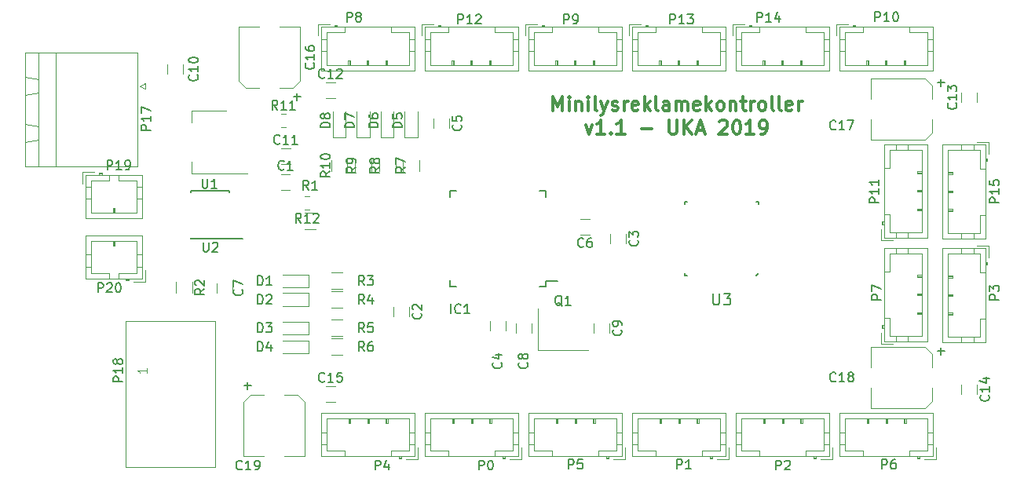
<source format=gto>
G04 #@! TF.GenerationSoftware,KiCad,Pcbnew,(5.0.0)*
G04 #@! TF.CreationDate,2019-08-07T23:03:13+02:00*
G04 #@! TF.ProjectId,minireklame,6D696E6972656B6C616D652E6B696361,rev?*
G04 #@! TF.SameCoordinates,Original*
G04 #@! TF.FileFunction,Legend,Top*
G04 #@! TF.FilePolarity,Positive*
%FSLAX46Y46*%
G04 Gerber Fmt 4.6, Leading zero omitted, Abs format (unit mm)*
G04 Created by KiCad (PCBNEW (5.0.0)) date 08/07/19 23:03:13*
%MOMM*%
%LPD*%
G01*
G04 APERTURE LIST*
%ADD10C,0.300000*%
%ADD11C,0.120000*%
%ADD12C,0.150000*%
G04 APERTURE END LIST*
D10*
X121557571Y-60955571D02*
X121557571Y-59455571D01*
X122057571Y-60527000D01*
X122557571Y-59455571D01*
X122557571Y-60955571D01*
X123271857Y-60955571D02*
X123271857Y-59955571D01*
X123271857Y-59455571D02*
X123200428Y-59527000D01*
X123271857Y-59598428D01*
X123343285Y-59527000D01*
X123271857Y-59455571D01*
X123271857Y-59598428D01*
X123986142Y-59955571D02*
X123986142Y-60955571D01*
X123986142Y-60098428D02*
X124057571Y-60027000D01*
X124200428Y-59955571D01*
X124414714Y-59955571D01*
X124557571Y-60027000D01*
X124629000Y-60169857D01*
X124629000Y-60955571D01*
X125343285Y-60955571D02*
X125343285Y-59955571D01*
X125343285Y-59455571D02*
X125271857Y-59527000D01*
X125343285Y-59598428D01*
X125414714Y-59527000D01*
X125343285Y-59455571D01*
X125343285Y-59598428D01*
X126271857Y-60955571D02*
X126129000Y-60884142D01*
X126057571Y-60741285D01*
X126057571Y-59455571D01*
X126700428Y-59955571D02*
X127057571Y-60955571D01*
X127414714Y-59955571D02*
X127057571Y-60955571D01*
X126914714Y-61312714D01*
X126843285Y-61384142D01*
X126700428Y-61455571D01*
X127914714Y-60884142D02*
X128057571Y-60955571D01*
X128343285Y-60955571D01*
X128486142Y-60884142D01*
X128557571Y-60741285D01*
X128557571Y-60669857D01*
X128486142Y-60527000D01*
X128343285Y-60455571D01*
X128129000Y-60455571D01*
X127986142Y-60384142D01*
X127914714Y-60241285D01*
X127914714Y-60169857D01*
X127986142Y-60027000D01*
X128129000Y-59955571D01*
X128343285Y-59955571D01*
X128486142Y-60027000D01*
X129200428Y-60955571D02*
X129200428Y-59955571D01*
X129200428Y-60241285D02*
X129271857Y-60098428D01*
X129343285Y-60027000D01*
X129486142Y-59955571D01*
X129629000Y-59955571D01*
X130700428Y-60884142D02*
X130557571Y-60955571D01*
X130271857Y-60955571D01*
X130129000Y-60884142D01*
X130057571Y-60741285D01*
X130057571Y-60169857D01*
X130129000Y-60027000D01*
X130271857Y-59955571D01*
X130557571Y-59955571D01*
X130700428Y-60027000D01*
X130771857Y-60169857D01*
X130771857Y-60312714D01*
X130057571Y-60455571D01*
X131414714Y-60955571D02*
X131414714Y-59455571D01*
X131557571Y-60384142D02*
X131986142Y-60955571D01*
X131986142Y-59955571D02*
X131414714Y-60527000D01*
X132843285Y-60955571D02*
X132700428Y-60884142D01*
X132629000Y-60741285D01*
X132629000Y-59455571D01*
X134057571Y-60955571D02*
X134057571Y-60169857D01*
X133986142Y-60027000D01*
X133843285Y-59955571D01*
X133557571Y-59955571D01*
X133414714Y-60027000D01*
X134057571Y-60884142D02*
X133914714Y-60955571D01*
X133557571Y-60955571D01*
X133414714Y-60884142D01*
X133343285Y-60741285D01*
X133343285Y-60598428D01*
X133414714Y-60455571D01*
X133557571Y-60384142D01*
X133914714Y-60384142D01*
X134057571Y-60312714D01*
X134771857Y-60955571D02*
X134771857Y-59955571D01*
X134771857Y-60098428D02*
X134843285Y-60027000D01*
X134986142Y-59955571D01*
X135200428Y-59955571D01*
X135343285Y-60027000D01*
X135414714Y-60169857D01*
X135414714Y-60955571D01*
X135414714Y-60169857D02*
X135486142Y-60027000D01*
X135629000Y-59955571D01*
X135843285Y-59955571D01*
X135986142Y-60027000D01*
X136057571Y-60169857D01*
X136057571Y-60955571D01*
X137343285Y-60884142D02*
X137200428Y-60955571D01*
X136914714Y-60955571D01*
X136771857Y-60884142D01*
X136700428Y-60741285D01*
X136700428Y-60169857D01*
X136771857Y-60027000D01*
X136914714Y-59955571D01*
X137200428Y-59955571D01*
X137343285Y-60027000D01*
X137414714Y-60169857D01*
X137414714Y-60312714D01*
X136700428Y-60455571D01*
X138057571Y-60955571D02*
X138057571Y-59455571D01*
X138200428Y-60384142D02*
X138629000Y-60955571D01*
X138629000Y-59955571D02*
X138057571Y-60527000D01*
X139486142Y-60955571D02*
X139343285Y-60884142D01*
X139271857Y-60812714D01*
X139200428Y-60669857D01*
X139200428Y-60241285D01*
X139271857Y-60098428D01*
X139343285Y-60027000D01*
X139486142Y-59955571D01*
X139700428Y-59955571D01*
X139843285Y-60027000D01*
X139914714Y-60098428D01*
X139986142Y-60241285D01*
X139986142Y-60669857D01*
X139914714Y-60812714D01*
X139843285Y-60884142D01*
X139700428Y-60955571D01*
X139486142Y-60955571D01*
X140629000Y-59955571D02*
X140629000Y-60955571D01*
X140629000Y-60098428D02*
X140700428Y-60027000D01*
X140843285Y-59955571D01*
X141057571Y-59955571D01*
X141200428Y-60027000D01*
X141271857Y-60169857D01*
X141271857Y-60955571D01*
X141771857Y-59955571D02*
X142343285Y-59955571D01*
X141986142Y-59455571D02*
X141986142Y-60741285D01*
X142057571Y-60884142D01*
X142200428Y-60955571D01*
X142343285Y-60955571D01*
X142843285Y-60955571D02*
X142843285Y-59955571D01*
X142843285Y-60241285D02*
X142914714Y-60098428D01*
X142986142Y-60027000D01*
X143129000Y-59955571D01*
X143271857Y-59955571D01*
X143986142Y-60955571D02*
X143843285Y-60884142D01*
X143771857Y-60812714D01*
X143700428Y-60669857D01*
X143700428Y-60241285D01*
X143771857Y-60098428D01*
X143843285Y-60027000D01*
X143986142Y-59955571D01*
X144200428Y-59955571D01*
X144343285Y-60027000D01*
X144414714Y-60098428D01*
X144486142Y-60241285D01*
X144486142Y-60669857D01*
X144414714Y-60812714D01*
X144343285Y-60884142D01*
X144200428Y-60955571D01*
X143986142Y-60955571D01*
X145343285Y-60955571D02*
X145200428Y-60884142D01*
X145129000Y-60741285D01*
X145129000Y-59455571D01*
X146129000Y-60955571D02*
X145986142Y-60884142D01*
X145914714Y-60741285D01*
X145914714Y-59455571D01*
X147271857Y-60884142D02*
X147129000Y-60955571D01*
X146843285Y-60955571D01*
X146700428Y-60884142D01*
X146629000Y-60741285D01*
X146629000Y-60169857D01*
X146700428Y-60027000D01*
X146843285Y-59955571D01*
X147129000Y-59955571D01*
X147271857Y-60027000D01*
X147343285Y-60169857D01*
X147343285Y-60312714D01*
X146629000Y-60455571D01*
X147986142Y-60955571D02*
X147986142Y-59955571D01*
X147986142Y-60241285D02*
X148057571Y-60098428D01*
X148129000Y-60027000D01*
X148271857Y-59955571D01*
X148414714Y-59955571D01*
X125057571Y-62505571D02*
X125414714Y-63505571D01*
X125771857Y-62505571D01*
X127129000Y-63505571D02*
X126271857Y-63505571D01*
X126700428Y-63505571D02*
X126700428Y-62005571D01*
X126557571Y-62219857D01*
X126414714Y-62362714D01*
X126271857Y-62434142D01*
X127771857Y-63362714D02*
X127843285Y-63434142D01*
X127771857Y-63505571D01*
X127700428Y-63434142D01*
X127771857Y-63362714D01*
X127771857Y-63505571D01*
X129271857Y-63505571D02*
X128414714Y-63505571D01*
X128843285Y-63505571D02*
X128843285Y-62005571D01*
X128700428Y-62219857D01*
X128557571Y-62362714D01*
X128414714Y-62434142D01*
X131057571Y-62934142D02*
X132200428Y-62934142D01*
X134057571Y-62005571D02*
X134057571Y-63219857D01*
X134129000Y-63362714D01*
X134200428Y-63434142D01*
X134343285Y-63505571D01*
X134629000Y-63505571D01*
X134771857Y-63434142D01*
X134843285Y-63362714D01*
X134914714Y-63219857D01*
X134914714Y-62005571D01*
X135629000Y-63505571D02*
X135629000Y-62005571D01*
X136486142Y-63505571D02*
X135843285Y-62648428D01*
X136486142Y-62005571D02*
X135629000Y-62862714D01*
X137057571Y-63077000D02*
X137771857Y-63077000D01*
X136914714Y-63505571D02*
X137414714Y-62005571D01*
X137914714Y-63505571D01*
X139486142Y-62148428D02*
X139557571Y-62077000D01*
X139700428Y-62005571D01*
X140057571Y-62005571D01*
X140200428Y-62077000D01*
X140271857Y-62148428D01*
X140343285Y-62291285D01*
X140343285Y-62434142D01*
X140271857Y-62648428D01*
X139414714Y-63505571D01*
X140343285Y-63505571D01*
X141271857Y-62005571D02*
X141414714Y-62005571D01*
X141557571Y-62077000D01*
X141629000Y-62148428D01*
X141700428Y-62291285D01*
X141771857Y-62577000D01*
X141771857Y-62934142D01*
X141700428Y-63219857D01*
X141629000Y-63362714D01*
X141557571Y-63434142D01*
X141414714Y-63505571D01*
X141271857Y-63505571D01*
X141129000Y-63434142D01*
X141057571Y-63362714D01*
X140986142Y-63219857D01*
X140914714Y-62934142D01*
X140914714Y-62577000D01*
X140986142Y-62291285D01*
X141057571Y-62148428D01*
X141129000Y-62077000D01*
X141271857Y-62005571D01*
X143200428Y-63505571D02*
X142343285Y-63505571D01*
X142771857Y-63505571D02*
X142771857Y-62005571D01*
X142629000Y-62219857D01*
X142486142Y-62362714D01*
X142343285Y-62434142D01*
X143914714Y-63505571D02*
X144200428Y-63505571D01*
X144343285Y-63434142D01*
X144414714Y-63362714D01*
X144557571Y-63148428D01*
X144629000Y-62862714D01*
X144629000Y-62291285D01*
X144557571Y-62148428D01*
X144486142Y-62077000D01*
X144343285Y-62005571D01*
X144057571Y-62005571D01*
X143914714Y-62077000D01*
X143843285Y-62148428D01*
X143771857Y-62291285D01*
X143771857Y-62648428D01*
X143843285Y-62791285D01*
X143914714Y-62862714D01*
X144057571Y-62934142D01*
X144343285Y-62934142D01*
X144486142Y-62862714D01*
X144557571Y-62791285D01*
X144629000Y-62648428D01*
D11*
G04 #@! TO.C,P18*
X85069000Y-83654000D02*
X85069000Y-99394000D01*
X85069000Y-99394000D02*
X75469000Y-99394000D01*
X75469000Y-99394000D02*
X75469000Y-83654000D01*
X75469000Y-83654000D02*
X85069000Y-83654000D01*
G04 #@! TO.C,P17*
X76761000Y-54686000D02*
X64601000Y-54686000D01*
X64601000Y-54686000D02*
X64601000Y-67006000D01*
X64601000Y-67006000D02*
X76761000Y-67006000D01*
X76761000Y-67006000D02*
X76761000Y-54686000D01*
X66101000Y-54686000D02*
X67901000Y-54686000D01*
X67901000Y-54686000D02*
X67901000Y-67006000D01*
X67901000Y-67006000D02*
X66101000Y-67006000D01*
X66101000Y-67006000D02*
X66101000Y-54686000D01*
X64601000Y-57306000D02*
X64601000Y-59306000D01*
X64601000Y-59306000D02*
X66101000Y-59056000D01*
X66101000Y-59056000D02*
X66101000Y-57556000D01*
X66101000Y-57556000D02*
X64601000Y-57306000D01*
X64601000Y-62386000D02*
X64601000Y-64386000D01*
X64601000Y-64386000D02*
X66101000Y-64136000D01*
X66101000Y-64136000D02*
X66101000Y-62636000D01*
X66101000Y-62636000D02*
X64601000Y-62386000D01*
X77561000Y-58606000D02*
X76961000Y-58306000D01*
X76961000Y-58306000D02*
X77561000Y-58006000D01*
X77561000Y-58006000D02*
X77561000Y-58606000D01*
G04 #@! TO.C,R12*
X95271252Y-70240000D02*
X94748748Y-70240000D01*
X95271252Y-71660000D02*
X94748748Y-71660000D01*
G04 #@! TO.C,R11*
X92208748Y-61350000D02*
X92731252Y-61350000D01*
X92208748Y-62770000D02*
X92731252Y-62770000D01*
G04 #@! TO.C,P20*
X77239000Y-79100000D02*
X77239000Y-74400000D01*
X77239000Y-74400000D02*
X71139000Y-74400000D01*
X71139000Y-74400000D02*
X71139000Y-79100000D01*
X71139000Y-79100000D02*
X77239000Y-79100000D01*
X74689000Y-79100000D02*
X74689000Y-78500000D01*
X74689000Y-78500000D02*
X76639000Y-78500000D01*
X76639000Y-78500000D02*
X76639000Y-75000000D01*
X76639000Y-75000000D02*
X71739000Y-75000000D01*
X71739000Y-75000000D02*
X71739000Y-78500000D01*
X71739000Y-78500000D02*
X73689000Y-78500000D01*
X73689000Y-78500000D02*
X73689000Y-79100000D01*
X77239000Y-77800000D02*
X76639000Y-77800000D01*
X77239000Y-76500000D02*
X76639000Y-76500000D01*
X71139000Y-77800000D02*
X71739000Y-77800000D01*
X71139000Y-76500000D02*
X71739000Y-76500000D01*
X75489000Y-79100000D02*
X75489000Y-79300000D01*
X75489000Y-79300000D02*
X75789000Y-79300000D01*
X75789000Y-79300000D02*
X75789000Y-79100000D01*
X75489000Y-79200000D02*
X75789000Y-79200000D01*
X74289000Y-75000000D02*
X74289000Y-75500000D01*
X74289000Y-75500000D02*
X74089000Y-75500000D01*
X74089000Y-75500000D02*
X74089000Y-75000000D01*
X74189000Y-75000000D02*
X74189000Y-75500000D01*
X76289000Y-79400000D02*
X77539000Y-79400000D01*
X77539000Y-79400000D02*
X77539000Y-78150000D01*
G04 #@! TO.C,P19*
X71139000Y-67880000D02*
X71139000Y-72580000D01*
X71139000Y-72580000D02*
X77239000Y-72580000D01*
X77239000Y-72580000D02*
X77239000Y-67880000D01*
X77239000Y-67880000D02*
X71139000Y-67880000D01*
X73689000Y-67880000D02*
X73689000Y-68480000D01*
X73689000Y-68480000D02*
X71739000Y-68480000D01*
X71739000Y-68480000D02*
X71739000Y-71980000D01*
X71739000Y-71980000D02*
X76639000Y-71980000D01*
X76639000Y-71980000D02*
X76639000Y-68480000D01*
X76639000Y-68480000D02*
X74689000Y-68480000D01*
X74689000Y-68480000D02*
X74689000Y-67880000D01*
X71139000Y-69180000D02*
X71739000Y-69180000D01*
X71139000Y-70480000D02*
X71739000Y-70480000D01*
X77239000Y-69180000D02*
X76639000Y-69180000D01*
X77239000Y-70480000D02*
X76639000Y-70480000D01*
X72889000Y-67880000D02*
X72889000Y-67680000D01*
X72889000Y-67680000D02*
X72589000Y-67680000D01*
X72589000Y-67680000D02*
X72589000Y-67880000D01*
X72889000Y-67780000D02*
X72589000Y-67780000D01*
X74089000Y-71980000D02*
X74089000Y-71480000D01*
X74089000Y-71480000D02*
X74289000Y-71480000D01*
X74289000Y-71480000D02*
X74289000Y-71980000D01*
X74189000Y-71980000D02*
X74189000Y-71480000D01*
X72089000Y-67580000D02*
X70839000Y-67580000D01*
X70839000Y-67580000D02*
X70839000Y-68830000D01*
G04 #@! TO.C,P10*
X152387000Y-51928800D02*
X152387000Y-56628800D01*
X152387000Y-56628800D02*
X162487000Y-56628800D01*
X162487000Y-56628800D02*
X162487000Y-51928800D01*
X162487000Y-51928800D02*
X152387000Y-51928800D01*
X154937000Y-51928800D02*
X154937000Y-52528800D01*
X154937000Y-52528800D02*
X152987000Y-52528800D01*
X152987000Y-52528800D02*
X152987000Y-56028800D01*
X152987000Y-56028800D02*
X161887000Y-56028800D01*
X161887000Y-56028800D02*
X161887000Y-52528800D01*
X161887000Y-52528800D02*
X159937000Y-52528800D01*
X159937000Y-52528800D02*
X159937000Y-51928800D01*
X152387000Y-53228800D02*
X152987000Y-53228800D01*
X152387000Y-54528800D02*
X152987000Y-54528800D01*
X162487000Y-53228800D02*
X161887000Y-53228800D01*
X162487000Y-54528800D02*
X161887000Y-54528800D01*
X154137000Y-51928800D02*
X154137000Y-51728800D01*
X154137000Y-51728800D02*
X153837000Y-51728800D01*
X153837000Y-51728800D02*
X153837000Y-51928800D01*
X154137000Y-51828800D02*
X153837000Y-51828800D01*
X155337000Y-56028800D02*
X155337000Y-55528800D01*
X155337000Y-55528800D02*
X155537000Y-55528800D01*
X155537000Y-55528800D02*
X155537000Y-56028800D01*
X155437000Y-56028800D02*
X155437000Y-55528800D01*
X157337000Y-56028800D02*
X157337000Y-55528800D01*
X157337000Y-55528800D02*
X157537000Y-55528800D01*
X157537000Y-55528800D02*
X157537000Y-56028800D01*
X157437000Y-56028800D02*
X157437000Y-55528800D01*
X159337000Y-56028800D02*
X159337000Y-55528800D01*
X159337000Y-55528800D02*
X159537000Y-55528800D01*
X159537000Y-55528800D02*
X159537000Y-56028800D01*
X159437000Y-56028800D02*
X159437000Y-55528800D01*
X153337000Y-51628800D02*
X152087000Y-51628800D01*
X152087000Y-51628800D02*
X152087000Y-52878800D01*
G04 #@! TO.C,P7*
X157209000Y-85858000D02*
X161909000Y-85858000D01*
X161909000Y-85858000D02*
X161909000Y-75758000D01*
X161909000Y-75758000D02*
X157209000Y-75758000D01*
X157209000Y-75758000D02*
X157209000Y-85858000D01*
X157209000Y-83308000D02*
X157809000Y-83308000D01*
X157809000Y-83308000D02*
X157809000Y-85258000D01*
X157809000Y-85258000D02*
X161309000Y-85258000D01*
X161309000Y-85258000D02*
X161309000Y-76358000D01*
X161309000Y-76358000D02*
X157809000Y-76358000D01*
X157809000Y-76358000D02*
X157809000Y-78308000D01*
X157809000Y-78308000D02*
X157209000Y-78308000D01*
X158509000Y-85858000D02*
X158509000Y-85258000D01*
X159809000Y-85858000D02*
X159809000Y-85258000D01*
X158509000Y-75758000D02*
X158509000Y-76358000D01*
X159809000Y-75758000D02*
X159809000Y-76358000D01*
X157209000Y-84108000D02*
X157009000Y-84108000D01*
X157009000Y-84108000D02*
X157009000Y-84408000D01*
X157009000Y-84408000D02*
X157209000Y-84408000D01*
X157109000Y-84108000D02*
X157109000Y-84408000D01*
X161309000Y-82908000D02*
X160809000Y-82908000D01*
X160809000Y-82908000D02*
X160809000Y-82708000D01*
X160809000Y-82708000D02*
X161309000Y-82708000D01*
X161309000Y-82808000D02*
X160809000Y-82808000D01*
X161309000Y-80908000D02*
X160809000Y-80908000D01*
X160809000Y-80908000D02*
X160809000Y-80708000D01*
X160809000Y-80708000D02*
X161309000Y-80708000D01*
X161309000Y-80808000D02*
X160809000Y-80808000D01*
X161309000Y-78908000D02*
X160809000Y-78908000D01*
X160809000Y-78908000D02*
X160809000Y-78708000D01*
X160809000Y-78708000D02*
X161309000Y-78708000D01*
X161309000Y-78808000D02*
X160809000Y-78808000D01*
X156909000Y-84908000D02*
X156909000Y-86158000D01*
X156909000Y-86158000D02*
X158159000Y-86158000D01*
G04 #@! TO.C,P15*
X168175000Y-64646000D02*
X163475000Y-64646000D01*
X163475000Y-64646000D02*
X163475000Y-74746000D01*
X163475000Y-74746000D02*
X168175000Y-74746000D01*
X168175000Y-74746000D02*
X168175000Y-64646000D01*
X168175000Y-67196000D02*
X167575000Y-67196000D01*
X167575000Y-67196000D02*
X167575000Y-65246000D01*
X167575000Y-65246000D02*
X164075000Y-65246000D01*
X164075000Y-65246000D02*
X164075000Y-74146000D01*
X164075000Y-74146000D02*
X167575000Y-74146000D01*
X167575000Y-74146000D02*
X167575000Y-72196000D01*
X167575000Y-72196000D02*
X168175000Y-72196000D01*
X166875000Y-64646000D02*
X166875000Y-65246000D01*
X165575000Y-64646000D02*
X165575000Y-65246000D01*
X166875000Y-74746000D02*
X166875000Y-74146000D01*
X165575000Y-74746000D02*
X165575000Y-74146000D01*
X168175000Y-66396000D02*
X168375000Y-66396000D01*
X168375000Y-66396000D02*
X168375000Y-66096000D01*
X168375000Y-66096000D02*
X168175000Y-66096000D01*
X168275000Y-66396000D02*
X168275000Y-66096000D01*
X164075000Y-67596000D02*
X164575000Y-67596000D01*
X164575000Y-67596000D02*
X164575000Y-67796000D01*
X164575000Y-67796000D02*
X164075000Y-67796000D01*
X164075000Y-67696000D02*
X164575000Y-67696000D01*
X164075000Y-69596000D02*
X164575000Y-69596000D01*
X164575000Y-69596000D02*
X164575000Y-69796000D01*
X164575000Y-69796000D02*
X164075000Y-69796000D01*
X164075000Y-69696000D02*
X164575000Y-69696000D01*
X164075000Y-71596000D02*
X164575000Y-71596000D01*
X164575000Y-71596000D02*
X164575000Y-71796000D01*
X164575000Y-71796000D02*
X164075000Y-71796000D01*
X164075000Y-71696000D02*
X164575000Y-71696000D01*
X168475000Y-65596000D02*
X168475000Y-64346000D01*
X168475000Y-64346000D02*
X167225000Y-64346000D01*
G04 #@! TO.C,P4*
X106649411Y-98251671D02*
X106649411Y-93551671D01*
X106649411Y-93551671D02*
X96549411Y-93551671D01*
X96549411Y-93551671D02*
X96549411Y-98251671D01*
X96549411Y-98251671D02*
X106649411Y-98251671D01*
X104099411Y-98251671D02*
X104099411Y-97651671D01*
X104099411Y-97651671D02*
X106049411Y-97651671D01*
X106049411Y-97651671D02*
X106049411Y-94151671D01*
X106049411Y-94151671D02*
X97149411Y-94151671D01*
X97149411Y-94151671D02*
X97149411Y-97651671D01*
X97149411Y-97651671D02*
X99099411Y-97651671D01*
X99099411Y-97651671D02*
X99099411Y-98251671D01*
X106649411Y-96951671D02*
X106049411Y-96951671D01*
X106649411Y-95651671D02*
X106049411Y-95651671D01*
X96549411Y-96951671D02*
X97149411Y-96951671D01*
X96549411Y-95651671D02*
X97149411Y-95651671D01*
X104899411Y-98251671D02*
X104899411Y-98451671D01*
X104899411Y-98451671D02*
X105199411Y-98451671D01*
X105199411Y-98451671D02*
X105199411Y-98251671D01*
X104899411Y-98351671D02*
X105199411Y-98351671D01*
X103699411Y-94151671D02*
X103699411Y-94651671D01*
X103699411Y-94651671D02*
X103499411Y-94651671D01*
X103499411Y-94651671D02*
X103499411Y-94151671D01*
X103599411Y-94151671D02*
X103599411Y-94651671D01*
X101699411Y-94151671D02*
X101699411Y-94651671D01*
X101699411Y-94651671D02*
X101499411Y-94651671D01*
X101499411Y-94651671D02*
X101499411Y-94151671D01*
X101599411Y-94151671D02*
X101599411Y-94651671D01*
X99699411Y-94151671D02*
X99699411Y-94651671D01*
X99699411Y-94651671D02*
X99499411Y-94651671D01*
X99499411Y-94651671D02*
X99499411Y-94151671D01*
X99599411Y-94151671D02*
X99599411Y-94651671D01*
X105699411Y-98551671D02*
X106949411Y-98551671D01*
X106949411Y-98551671D02*
X106949411Y-97301671D01*
G04 #@! TO.C,P14*
X141211000Y-51928800D02*
X141211000Y-56628800D01*
X141211000Y-56628800D02*
X151311000Y-56628800D01*
X151311000Y-56628800D02*
X151311000Y-51928800D01*
X151311000Y-51928800D02*
X141211000Y-51928800D01*
X143761000Y-51928800D02*
X143761000Y-52528800D01*
X143761000Y-52528800D02*
X141811000Y-52528800D01*
X141811000Y-52528800D02*
X141811000Y-56028800D01*
X141811000Y-56028800D02*
X150711000Y-56028800D01*
X150711000Y-56028800D02*
X150711000Y-52528800D01*
X150711000Y-52528800D02*
X148761000Y-52528800D01*
X148761000Y-52528800D02*
X148761000Y-51928800D01*
X141211000Y-53228800D02*
X141811000Y-53228800D01*
X141211000Y-54528800D02*
X141811000Y-54528800D01*
X151311000Y-53228800D02*
X150711000Y-53228800D01*
X151311000Y-54528800D02*
X150711000Y-54528800D01*
X142961000Y-51928800D02*
X142961000Y-51728800D01*
X142961000Y-51728800D02*
X142661000Y-51728800D01*
X142661000Y-51728800D02*
X142661000Y-51928800D01*
X142961000Y-51828800D02*
X142661000Y-51828800D01*
X144161000Y-56028800D02*
X144161000Y-55528800D01*
X144161000Y-55528800D02*
X144361000Y-55528800D01*
X144361000Y-55528800D02*
X144361000Y-56028800D01*
X144261000Y-56028800D02*
X144261000Y-55528800D01*
X146161000Y-56028800D02*
X146161000Y-55528800D01*
X146161000Y-55528800D02*
X146361000Y-55528800D01*
X146361000Y-55528800D02*
X146361000Y-56028800D01*
X146261000Y-56028800D02*
X146261000Y-55528800D01*
X148161000Y-56028800D02*
X148161000Y-55528800D01*
X148161000Y-55528800D02*
X148361000Y-55528800D01*
X148361000Y-55528800D02*
X148361000Y-56028800D01*
X148261000Y-56028800D02*
X148261000Y-55528800D01*
X142161000Y-51628800D02*
X140911000Y-51628800D01*
X140911000Y-51628800D02*
X140911000Y-52878800D01*
G04 #@! TO.C,P3*
X168175000Y-75822000D02*
X163475000Y-75822000D01*
X163475000Y-75822000D02*
X163475000Y-85922000D01*
X163475000Y-85922000D02*
X168175000Y-85922000D01*
X168175000Y-85922000D02*
X168175000Y-75822000D01*
X168175000Y-78372000D02*
X167575000Y-78372000D01*
X167575000Y-78372000D02*
X167575000Y-76422000D01*
X167575000Y-76422000D02*
X164075000Y-76422000D01*
X164075000Y-76422000D02*
X164075000Y-85322000D01*
X164075000Y-85322000D02*
X167575000Y-85322000D01*
X167575000Y-85322000D02*
X167575000Y-83372000D01*
X167575000Y-83372000D02*
X168175000Y-83372000D01*
X166875000Y-75822000D02*
X166875000Y-76422000D01*
X165575000Y-75822000D02*
X165575000Y-76422000D01*
X166875000Y-85922000D02*
X166875000Y-85322000D01*
X165575000Y-85922000D02*
X165575000Y-85322000D01*
X168175000Y-77572000D02*
X168375000Y-77572000D01*
X168375000Y-77572000D02*
X168375000Y-77272000D01*
X168375000Y-77272000D02*
X168175000Y-77272000D01*
X168275000Y-77572000D02*
X168275000Y-77272000D01*
X164075000Y-78772000D02*
X164575000Y-78772000D01*
X164575000Y-78772000D02*
X164575000Y-78972000D01*
X164575000Y-78972000D02*
X164075000Y-78972000D01*
X164075000Y-78872000D02*
X164575000Y-78872000D01*
X164075000Y-80772000D02*
X164575000Y-80772000D01*
X164575000Y-80772000D02*
X164575000Y-80972000D01*
X164575000Y-80972000D02*
X164075000Y-80972000D01*
X164075000Y-80872000D02*
X164575000Y-80872000D01*
X164075000Y-82772000D02*
X164575000Y-82772000D01*
X164575000Y-82772000D02*
X164575000Y-82972000D01*
X164575000Y-82972000D02*
X164075000Y-82972000D01*
X164075000Y-82872000D02*
X164575000Y-82872000D01*
X168475000Y-76772000D02*
X168475000Y-75522000D01*
X168475000Y-75522000D02*
X167225000Y-75522000D01*
G04 #@! TO.C,P13*
X130035000Y-51928800D02*
X130035000Y-56628800D01*
X130035000Y-56628800D02*
X140135000Y-56628800D01*
X140135000Y-56628800D02*
X140135000Y-51928800D01*
X140135000Y-51928800D02*
X130035000Y-51928800D01*
X132585000Y-51928800D02*
X132585000Y-52528800D01*
X132585000Y-52528800D02*
X130635000Y-52528800D01*
X130635000Y-52528800D02*
X130635000Y-56028800D01*
X130635000Y-56028800D02*
X139535000Y-56028800D01*
X139535000Y-56028800D02*
X139535000Y-52528800D01*
X139535000Y-52528800D02*
X137585000Y-52528800D01*
X137585000Y-52528800D02*
X137585000Y-51928800D01*
X130035000Y-53228800D02*
X130635000Y-53228800D01*
X130035000Y-54528800D02*
X130635000Y-54528800D01*
X140135000Y-53228800D02*
X139535000Y-53228800D01*
X140135000Y-54528800D02*
X139535000Y-54528800D01*
X131785000Y-51928800D02*
X131785000Y-51728800D01*
X131785000Y-51728800D02*
X131485000Y-51728800D01*
X131485000Y-51728800D02*
X131485000Y-51928800D01*
X131785000Y-51828800D02*
X131485000Y-51828800D01*
X132985000Y-56028800D02*
X132985000Y-55528800D01*
X132985000Y-55528800D02*
X133185000Y-55528800D01*
X133185000Y-55528800D02*
X133185000Y-56028800D01*
X133085000Y-56028800D02*
X133085000Y-55528800D01*
X134985000Y-56028800D02*
X134985000Y-55528800D01*
X134985000Y-55528800D02*
X135185000Y-55528800D01*
X135185000Y-55528800D02*
X135185000Y-56028800D01*
X135085000Y-56028800D02*
X135085000Y-55528800D01*
X136985000Y-56028800D02*
X136985000Y-55528800D01*
X136985000Y-55528800D02*
X137185000Y-55528800D01*
X137185000Y-55528800D02*
X137185000Y-56028800D01*
X137085000Y-56028800D02*
X137085000Y-55528800D01*
X130985000Y-51628800D02*
X129735000Y-51628800D01*
X129735000Y-51628800D02*
X129735000Y-52878800D01*
G04 #@! TO.C,P2*
X151353411Y-98251671D02*
X151353411Y-93551671D01*
X151353411Y-93551671D02*
X141253411Y-93551671D01*
X141253411Y-93551671D02*
X141253411Y-98251671D01*
X141253411Y-98251671D02*
X151353411Y-98251671D01*
X148803411Y-98251671D02*
X148803411Y-97651671D01*
X148803411Y-97651671D02*
X150753411Y-97651671D01*
X150753411Y-97651671D02*
X150753411Y-94151671D01*
X150753411Y-94151671D02*
X141853411Y-94151671D01*
X141853411Y-94151671D02*
X141853411Y-97651671D01*
X141853411Y-97651671D02*
X143803411Y-97651671D01*
X143803411Y-97651671D02*
X143803411Y-98251671D01*
X151353411Y-96951671D02*
X150753411Y-96951671D01*
X151353411Y-95651671D02*
X150753411Y-95651671D01*
X141253411Y-96951671D02*
X141853411Y-96951671D01*
X141253411Y-95651671D02*
X141853411Y-95651671D01*
X149603411Y-98251671D02*
X149603411Y-98451671D01*
X149603411Y-98451671D02*
X149903411Y-98451671D01*
X149903411Y-98451671D02*
X149903411Y-98251671D01*
X149603411Y-98351671D02*
X149903411Y-98351671D01*
X148403411Y-94151671D02*
X148403411Y-94651671D01*
X148403411Y-94651671D02*
X148203411Y-94651671D01*
X148203411Y-94651671D02*
X148203411Y-94151671D01*
X148303411Y-94151671D02*
X148303411Y-94651671D01*
X146403411Y-94151671D02*
X146403411Y-94651671D01*
X146403411Y-94651671D02*
X146203411Y-94651671D01*
X146203411Y-94651671D02*
X146203411Y-94151671D01*
X146303411Y-94151671D02*
X146303411Y-94651671D01*
X144403411Y-94151671D02*
X144403411Y-94651671D01*
X144403411Y-94651671D02*
X144203411Y-94651671D01*
X144203411Y-94651671D02*
X144203411Y-94151671D01*
X144303411Y-94151671D02*
X144303411Y-94651671D01*
X150403411Y-98551671D02*
X151653411Y-98551671D01*
X151653411Y-98551671D02*
X151653411Y-97301671D01*
G04 #@! TO.C,P1*
X140177411Y-98251671D02*
X140177411Y-93551671D01*
X140177411Y-93551671D02*
X130077411Y-93551671D01*
X130077411Y-93551671D02*
X130077411Y-98251671D01*
X130077411Y-98251671D02*
X140177411Y-98251671D01*
X137627411Y-98251671D02*
X137627411Y-97651671D01*
X137627411Y-97651671D02*
X139577411Y-97651671D01*
X139577411Y-97651671D02*
X139577411Y-94151671D01*
X139577411Y-94151671D02*
X130677411Y-94151671D01*
X130677411Y-94151671D02*
X130677411Y-97651671D01*
X130677411Y-97651671D02*
X132627411Y-97651671D01*
X132627411Y-97651671D02*
X132627411Y-98251671D01*
X140177411Y-96951671D02*
X139577411Y-96951671D01*
X140177411Y-95651671D02*
X139577411Y-95651671D01*
X130077411Y-96951671D02*
X130677411Y-96951671D01*
X130077411Y-95651671D02*
X130677411Y-95651671D01*
X138427411Y-98251671D02*
X138427411Y-98451671D01*
X138427411Y-98451671D02*
X138727411Y-98451671D01*
X138727411Y-98451671D02*
X138727411Y-98251671D01*
X138427411Y-98351671D02*
X138727411Y-98351671D01*
X137227411Y-94151671D02*
X137227411Y-94651671D01*
X137227411Y-94651671D02*
X137027411Y-94651671D01*
X137027411Y-94651671D02*
X137027411Y-94151671D01*
X137127411Y-94151671D02*
X137127411Y-94651671D01*
X135227411Y-94151671D02*
X135227411Y-94651671D01*
X135227411Y-94651671D02*
X135027411Y-94651671D01*
X135027411Y-94651671D02*
X135027411Y-94151671D01*
X135127411Y-94151671D02*
X135127411Y-94651671D01*
X133227411Y-94151671D02*
X133227411Y-94651671D01*
X133227411Y-94651671D02*
X133027411Y-94651671D01*
X133027411Y-94651671D02*
X133027411Y-94151671D01*
X133127411Y-94151671D02*
X133127411Y-94651671D01*
X139227411Y-98551671D02*
X140477411Y-98551671D01*
X140477411Y-98551671D02*
X140477411Y-97301671D01*
G04 #@! TO.C,P0*
X117825411Y-98251671D02*
X117825411Y-93551671D01*
X117825411Y-93551671D02*
X107725411Y-93551671D01*
X107725411Y-93551671D02*
X107725411Y-98251671D01*
X107725411Y-98251671D02*
X117825411Y-98251671D01*
X115275411Y-98251671D02*
X115275411Y-97651671D01*
X115275411Y-97651671D02*
X117225411Y-97651671D01*
X117225411Y-97651671D02*
X117225411Y-94151671D01*
X117225411Y-94151671D02*
X108325411Y-94151671D01*
X108325411Y-94151671D02*
X108325411Y-97651671D01*
X108325411Y-97651671D02*
X110275411Y-97651671D01*
X110275411Y-97651671D02*
X110275411Y-98251671D01*
X117825411Y-96951671D02*
X117225411Y-96951671D01*
X117825411Y-95651671D02*
X117225411Y-95651671D01*
X107725411Y-96951671D02*
X108325411Y-96951671D01*
X107725411Y-95651671D02*
X108325411Y-95651671D01*
X116075411Y-98251671D02*
X116075411Y-98451671D01*
X116075411Y-98451671D02*
X116375411Y-98451671D01*
X116375411Y-98451671D02*
X116375411Y-98251671D01*
X116075411Y-98351671D02*
X116375411Y-98351671D01*
X114875411Y-94151671D02*
X114875411Y-94651671D01*
X114875411Y-94651671D02*
X114675411Y-94651671D01*
X114675411Y-94651671D02*
X114675411Y-94151671D01*
X114775411Y-94151671D02*
X114775411Y-94651671D01*
X112875411Y-94151671D02*
X112875411Y-94651671D01*
X112875411Y-94651671D02*
X112675411Y-94651671D01*
X112675411Y-94651671D02*
X112675411Y-94151671D01*
X112775411Y-94151671D02*
X112775411Y-94651671D01*
X110875411Y-94151671D02*
X110875411Y-94651671D01*
X110875411Y-94651671D02*
X110675411Y-94651671D01*
X110675411Y-94651671D02*
X110675411Y-94151671D01*
X110775411Y-94151671D02*
X110775411Y-94651671D01*
X116875411Y-98551671D02*
X118125411Y-98551671D01*
X118125411Y-98551671D02*
X118125411Y-97301671D01*
D12*
G04 #@! TO.C,U3*
X143705000Y-78510000D02*
X143455000Y-78760000D01*
X135955000Y-78760000D02*
X135705000Y-78760000D01*
X135705000Y-78760000D02*
X135705000Y-78510000D01*
X143455000Y-70760000D02*
X143705000Y-70760000D01*
X143705000Y-70760000D02*
X143705000Y-71010000D01*
X135955000Y-70760000D02*
X135705000Y-70760000D01*
X135705000Y-70760000D02*
X135705000Y-71010000D01*
D11*
G04 #@! TO.C,R10*
X97607000Y-67488000D02*
X97607000Y-66288000D01*
X99367000Y-66288000D02*
X99367000Y-67488000D01*
G04 #@! TO.C,R9*
X100195000Y-67488000D02*
X100195000Y-66288000D01*
X101955000Y-66288000D02*
X101955000Y-67488000D01*
G04 #@! TO.C,R8*
X102783000Y-67488000D02*
X102783000Y-66288000D01*
X104543000Y-66288000D02*
X104543000Y-67488000D01*
G04 #@! TO.C,R7*
X105371000Y-67488000D02*
X105371000Y-66288000D01*
X107131000Y-66288000D02*
X107131000Y-67488000D01*
G04 #@! TO.C,D8*
X97787000Y-63846000D02*
X99187000Y-63846000D01*
X99187000Y-63846000D02*
X99187000Y-61046000D01*
X97787000Y-63846000D02*
X97787000Y-61046000D01*
G04 #@! TO.C,D7*
X100375000Y-63846000D02*
X101775000Y-63846000D01*
X101775000Y-63846000D02*
X101775000Y-61046000D01*
X100375000Y-63846000D02*
X100375000Y-61046000D01*
G04 #@! TO.C,D6*
X102963000Y-63846000D02*
X104363000Y-63846000D01*
X104363000Y-63846000D02*
X104363000Y-61046000D01*
X102963000Y-63846000D02*
X102963000Y-61046000D01*
G04 #@! TO.C,D5*
X105551000Y-63846000D02*
X106951000Y-63846000D01*
X106951000Y-63846000D02*
X106951000Y-61046000D01*
X105551000Y-63846000D02*
X105551000Y-61046000D01*
D12*
G04 #@! TO.C,U2*
X86662000Y-74795000D02*
X86662000Y-74745000D01*
X82512000Y-74795000D02*
X82512000Y-74650000D01*
X82512000Y-69645000D02*
X82512000Y-69790000D01*
X86662000Y-69645000D02*
X86662000Y-69790000D01*
X86662000Y-74795000D02*
X82512000Y-74795000D01*
X86662000Y-69645000D02*
X82512000Y-69645000D01*
X86662000Y-74745000D02*
X88062000Y-74745000D01*
D11*
G04 #@! TO.C,U1*
X82575000Y-60950000D02*
X82575000Y-62210000D01*
X82575000Y-67770000D02*
X82575000Y-66510000D01*
X86335000Y-60950000D02*
X82575000Y-60950000D01*
X88585000Y-67770000D02*
X82575000Y-67770000D01*
G04 #@! TO.C,R6*
X98823000Y-87324000D02*
X97623000Y-87324000D01*
X97623000Y-85564000D02*
X98823000Y-85564000D01*
G04 #@! TO.C,R5*
X98823000Y-85292000D02*
X97623000Y-85292000D01*
X97623000Y-83532000D02*
X98823000Y-83532000D01*
G04 #@! TO.C,R4*
X98823000Y-82244000D02*
X97623000Y-82244000D01*
X97623000Y-80484000D02*
X98823000Y-80484000D01*
G04 #@! TO.C,R3*
X98823000Y-80212000D02*
X97623000Y-80212000D01*
X97623000Y-78452000D02*
X98823000Y-78452000D01*
G04 #@! TO.C,R2*
X80913000Y-80614000D02*
X80913000Y-79414000D01*
X82673000Y-79414000D02*
X82673000Y-80614000D01*
G04 #@! TO.C,R1*
X94735000Y-71975000D02*
X95935000Y-71975000D01*
X95935000Y-73735000D02*
X94735000Y-73735000D01*
G04 #@! TO.C,Q1*
X119913000Y-82282000D02*
X119913000Y-86782000D01*
X119913000Y-86782000D02*
X125313000Y-86782000D01*
G04 #@! TO.C,D4*
X95193000Y-87144000D02*
X95193000Y-85744000D01*
X95193000Y-85744000D02*
X92393000Y-85744000D01*
X95193000Y-87144000D02*
X92393000Y-87144000D01*
G04 #@! TO.C,D3*
X95193000Y-85112000D02*
X95193000Y-83712000D01*
X95193000Y-83712000D02*
X92393000Y-83712000D01*
X95193000Y-85112000D02*
X92393000Y-85112000D01*
G04 #@! TO.C,D2*
X95193000Y-82022443D02*
X95193000Y-80622443D01*
X95193000Y-80622443D02*
X92393000Y-80622443D01*
X95193000Y-82022443D02*
X92393000Y-82022443D01*
G04 #@! TO.C,D1*
X95193000Y-80032000D02*
X95193000Y-78632000D01*
X95193000Y-78632000D02*
X92393000Y-78632000D01*
X95193000Y-80032000D02*
X92393000Y-80032000D01*
G04 #@! TO.C,C19*
X88905000Y-91620000D02*
X90325000Y-91620000D01*
X88145000Y-98220000D02*
X90325000Y-98220000D01*
X94745000Y-98220000D02*
X92565000Y-98220000D01*
X93985000Y-91620000D02*
X92565000Y-91620000D01*
X88145000Y-98220000D02*
X88145000Y-92380000D01*
X88145000Y-92380000D02*
X88905000Y-91620000D01*
X93985000Y-91620000D02*
X94745000Y-92380000D01*
X94745000Y-92380000D02*
X94745000Y-98220000D01*
G04 #@! TO.C,C18*
X162403000Y-87206000D02*
X162403000Y-88626000D01*
X155803000Y-86446000D02*
X155803000Y-88626000D01*
X155803000Y-93046000D02*
X155803000Y-90866000D01*
X162403000Y-92286000D02*
X162403000Y-90866000D01*
X155803000Y-86446000D02*
X161643000Y-86446000D01*
X161643000Y-86446000D02*
X162403000Y-87206000D01*
X162403000Y-92286000D02*
X161643000Y-93046000D01*
X161643000Y-93046000D02*
X155803000Y-93046000D01*
G04 #@! TO.C,C17*
X162403000Y-58250000D02*
X162403000Y-59670000D01*
X155803000Y-57490000D02*
X155803000Y-59670000D01*
X155803000Y-64090000D02*
X155803000Y-61910000D01*
X162403000Y-63330000D02*
X162403000Y-61910000D01*
X155803000Y-57490000D02*
X161643000Y-57490000D01*
X161643000Y-57490000D02*
X162403000Y-58250000D01*
X162403000Y-63330000D02*
X161643000Y-64090000D01*
X161643000Y-64090000D02*
X155803000Y-64090000D01*
G04 #@! TO.C,C15*
X98041000Y-90674000D02*
X97041000Y-90674000D01*
X97041000Y-92374000D02*
X98041000Y-92374000D01*
G04 #@! TO.C,C14*
X167225000Y-91516000D02*
X167225000Y-90516000D01*
X165525000Y-90516000D02*
X165525000Y-91516000D01*
G04 #@! TO.C,C13*
X165525000Y-59020000D02*
X165525000Y-60020000D01*
X167225000Y-60020000D02*
X167225000Y-59020000D01*
G04 #@! TO.C,C12*
X98041000Y-57908000D02*
X97041000Y-57908000D01*
X97041000Y-59608000D02*
X98041000Y-59608000D01*
G04 #@! TO.C,C11*
X93215000Y-65020000D02*
X92215000Y-65020000D01*
X92215000Y-66720000D02*
X93215000Y-66720000D01*
G04 #@! TO.C,C10*
X79927000Y-55972000D02*
X79927000Y-56972000D01*
X81627000Y-56972000D02*
X81627000Y-55972000D01*
G04 #@! TO.C,C9*
X127601000Y-84932000D02*
X127601000Y-83932000D01*
X125901000Y-83932000D02*
X125901000Y-84932000D01*
G04 #@! TO.C,C8*
X117519000Y-83932000D02*
X117519000Y-84932000D01*
X119219000Y-84932000D02*
X119219000Y-83932000D01*
G04 #@! TO.C,C7*
X85261000Y-79594000D02*
X85261000Y-80594000D01*
X86961000Y-80594000D02*
X86961000Y-79594000D01*
G04 #@! TO.C,C6*
X124473000Y-74340000D02*
X125473000Y-74340000D01*
X125473000Y-72640000D02*
X124473000Y-72640000D01*
G04 #@! TO.C,C5*
X110329000Y-62814000D02*
X110329000Y-61814000D01*
X108629000Y-61814000D02*
X108629000Y-62814000D01*
G04 #@! TO.C,C4*
X116425000Y-84658000D02*
X116425000Y-83658000D01*
X114725000Y-83658000D02*
X114725000Y-84658000D01*
G04 #@! TO.C,C3*
X129379000Y-75260000D02*
X129379000Y-74260000D01*
X127679000Y-74260000D02*
X127679000Y-75260000D01*
G04 #@! TO.C,C2*
X106011000Y-83134000D02*
X106011000Y-82134000D01*
X104311000Y-82134000D02*
X104311000Y-83134000D01*
G04 #@! TO.C,C1*
X93195000Y-67814000D02*
X92195000Y-67814000D01*
X92195000Y-69514000D02*
X93195000Y-69514000D01*
G04 #@! TO.C,P8*
X96507000Y-51928800D02*
X96507000Y-56628800D01*
X96507000Y-56628800D02*
X106607000Y-56628800D01*
X106607000Y-56628800D02*
X106607000Y-51928800D01*
X106607000Y-51928800D02*
X96507000Y-51928800D01*
X99057000Y-51928800D02*
X99057000Y-52528800D01*
X99057000Y-52528800D02*
X97107000Y-52528800D01*
X97107000Y-52528800D02*
X97107000Y-56028800D01*
X97107000Y-56028800D02*
X106007000Y-56028800D01*
X106007000Y-56028800D02*
X106007000Y-52528800D01*
X106007000Y-52528800D02*
X104057000Y-52528800D01*
X104057000Y-52528800D02*
X104057000Y-51928800D01*
X96507000Y-53228800D02*
X97107000Y-53228800D01*
X96507000Y-54528800D02*
X97107000Y-54528800D01*
X106607000Y-53228800D02*
X106007000Y-53228800D01*
X106607000Y-54528800D02*
X106007000Y-54528800D01*
X98257000Y-51928800D02*
X98257000Y-51728800D01*
X98257000Y-51728800D02*
X97957000Y-51728800D01*
X97957000Y-51728800D02*
X97957000Y-51928800D01*
X98257000Y-51828800D02*
X97957000Y-51828800D01*
X99457000Y-56028800D02*
X99457000Y-55528800D01*
X99457000Y-55528800D02*
X99657000Y-55528800D01*
X99657000Y-55528800D02*
X99657000Y-56028800D01*
X99557000Y-56028800D02*
X99557000Y-55528800D01*
X101457000Y-56028800D02*
X101457000Y-55528800D01*
X101457000Y-55528800D02*
X101657000Y-55528800D01*
X101657000Y-55528800D02*
X101657000Y-56028800D01*
X101557000Y-56028800D02*
X101557000Y-55528800D01*
X103457000Y-56028800D02*
X103457000Y-55528800D01*
X103457000Y-55528800D02*
X103657000Y-55528800D01*
X103657000Y-55528800D02*
X103657000Y-56028800D01*
X103557000Y-56028800D02*
X103557000Y-55528800D01*
X97457000Y-51628800D02*
X96207000Y-51628800D01*
X96207000Y-51628800D02*
X96207000Y-52878800D01*
G04 #@! TO.C,P12*
X107683000Y-51928800D02*
X107683000Y-56628800D01*
X107683000Y-56628800D02*
X117783000Y-56628800D01*
X117783000Y-56628800D02*
X117783000Y-51928800D01*
X117783000Y-51928800D02*
X107683000Y-51928800D01*
X110233000Y-51928800D02*
X110233000Y-52528800D01*
X110233000Y-52528800D02*
X108283000Y-52528800D01*
X108283000Y-52528800D02*
X108283000Y-56028800D01*
X108283000Y-56028800D02*
X117183000Y-56028800D01*
X117183000Y-56028800D02*
X117183000Y-52528800D01*
X117183000Y-52528800D02*
X115233000Y-52528800D01*
X115233000Y-52528800D02*
X115233000Y-51928800D01*
X107683000Y-53228800D02*
X108283000Y-53228800D01*
X107683000Y-54528800D02*
X108283000Y-54528800D01*
X117783000Y-53228800D02*
X117183000Y-53228800D01*
X117783000Y-54528800D02*
X117183000Y-54528800D01*
X109433000Y-51928800D02*
X109433000Y-51728800D01*
X109433000Y-51728800D02*
X109133000Y-51728800D01*
X109133000Y-51728800D02*
X109133000Y-51928800D01*
X109433000Y-51828800D02*
X109133000Y-51828800D01*
X110633000Y-56028800D02*
X110633000Y-55528800D01*
X110633000Y-55528800D02*
X110833000Y-55528800D01*
X110833000Y-55528800D02*
X110833000Y-56028800D01*
X110733000Y-56028800D02*
X110733000Y-55528800D01*
X112633000Y-56028800D02*
X112633000Y-55528800D01*
X112633000Y-55528800D02*
X112833000Y-55528800D01*
X112833000Y-55528800D02*
X112833000Y-56028800D01*
X112733000Y-56028800D02*
X112733000Y-55528800D01*
X114633000Y-56028800D02*
X114633000Y-55528800D01*
X114633000Y-55528800D02*
X114833000Y-55528800D01*
X114833000Y-55528800D02*
X114833000Y-56028800D01*
X114733000Y-56028800D02*
X114733000Y-55528800D01*
X108633000Y-51628800D02*
X107383000Y-51628800D01*
X107383000Y-51628800D02*
X107383000Y-52878800D01*
G04 #@! TO.C,P9*
X118859000Y-51928800D02*
X118859000Y-56628800D01*
X118859000Y-56628800D02*
X128959000Y-56628800D01*
X128959000Y-56628800D02*
X128959000Y-51928800D01*
X128959000Y-51928800D02*
X118859000Y-51928800D01*
X121409000Y-51928800D02*
X121409000Y-52528800D01*
X121409000Y-52528800D02*
X119459000Y-52528800D01*
X119459000Y-52528800D02*
X119459000Y-56028800D01*
X119459000Y-56028800D02*
X128359000Y-56028800D01*
X128359000Y-56028800D02*
X128359000Y-52528800D01*
X128359000Y-52528800D02*
X126409000Y-52528800D01*
X126409000Y-52528800D02*
X126409000Y-51928800D01*
X118859000Y-53228800D02*
X119459000Y-53228800D01*
X118859000Y-54528800D02*
X119459000Y-54528800D01*
X128959000Y-53228800D02*
X128359000Y-53228800D01*
X128959000Y-54528800D02*
X128359000Y-54528800D01*
X120609000Y-51928800D02*
X120609000Y-51728800D01*
X120609000Y-51728800D02*
X120309000Y-51728800D01*
X120309000Y-51728800D02*
X120309000Y-51928800D01*
X120609000Y-51828800D02*
X120309000Y-51828800D01*
X121809000Y-56028800D02*
X121809000Y-55528800D01*
X121809000Y-55528800D02*
X122009000Y-55528800D01*
X122009000Y-55528800D02*
X122009000Y-56028800D01*
X121909000Y-56028800D02*
X121909000Y-55528800D01*
X123809000Y-56028800D02*
X123809000Y-55528800D01*
X123809000Y-55528800D02*
X124009000Y-55528800D01*
X124009000Y-55528800D02*
X124009000Y-56028800D01*
X123909000Y-56028800D02*
X123909000Y-55528800D01*
X125809000Y-56028800D02*
X125809000Y-55528800D01*
X125809000Y-55528800D02*
X126009000Y-55528800D01*
X126009000Y-55528800D02*
X126009000Y-56028800D01*
X125909000Y-56028800D02*
X125909000Y-55528800D01*
X119809000Y-51628800D02*
X118559000Y-51628800D01*
X118559000Y-51628800D02*
X118559000Y-52878800D01*
G04 #@! TO.C,P11*
X157209000Y-74682000D02*
X161909000Y-74682000D01*
X161909000Y-74682000D02*
X161909000Y-64582000D01*
X161909000Y-64582000D02*
X157209000Y-64582000D01*
X157209000Y-64582000D02*
X157209000Y-74682000D01*
X157209000Y-72132000D02*
X157809000Y-72132000D01*
X157809000Y-72132000D02*
X157809000Y-74082000D01*
X157809000Y-74082000D02*
X161309000Y-74082000D01*
X161309000Y-74082000D02*
X161309000Y-65182000D01*
X161309000Y-65182000D02*
X157809000Y-65182000D01*
X157809000Y-65182000D02*
X157809000Y-67132000D01*
X157809000Y-67132000D02*
X157209000Y-67132000D01*
X158509000Y-74682000D02*
X158509000Y-74082000D01*
X159809000Y-74682000D02*
X159809000Y-74082000D01*
X158509000Y-64582000D02*
X158509000Y-65182000D01*
X159809000Y-64582000D02*
X159809000Y-65182000D01*
X157209000Y-72932000D02*
X157009000Y-72932000D01*
X157009000Y-72932000D02*
X157009000Y-73232000D01*
X157009000Y-73232000D02*
X157209000Y-73232000D01*
X157109000Y-72932000D02*
X157109000Y-73232000D01*
X161309000Y-71732000D02*
X160809000Y-71732000D01*
X160809000Y-71732000D02*
X160809000Y-71532000D01*
X160809000Y-71532000D02*
X161309000Y-71532000D01*
X161309000Y-71632000D02*
X160809000Y-71632000D01*
X161309000Y-69732000D02*
X160809000Y-69732000D01*
X160809000Y-69732000D02*
X160809000Y-69532000D01*
X160809000Y-69532000D02*
X161309000Y-69532000D01*
X161309000Y-69632000D02*
X160809000Y-69632000D01*
X161309000Y-67732000D02*
X160809000Y-67732000D01*
X160809000Y-67732000D02*
X160809000Y-67532000D01*
X160809000Y-67532000D02*
X161309000Y-67532000D01*
X161309000Y-67632000D02*
X160809000Y-67632000D01*
X156909000Y-73732000D02*
X156909000Y-74982000D01*
X156909000Y-74982000D02*
X158159000Y-74982000D01*
G04 #@! TO.C,P6*
X162529411Y-98251671D02*
X162529411Y-93551671D01*
X162529411Y-93551671D02*
X152429411Y-93551671D01*
X152429411Y-93551671D02*
X152429411Y-98251671D01*
X152429411Y-98251671D02*
X162529411Y-98251671D01*
X159979411Y-98251671D02*
X159979411Y-97651671D01*
X159979411Y-97651671D02*
X161929411Y-97651671D01*
X161929411Y-97651671D02*
X161929411Y-94151671D01*
X161929411Y-94151671D02*
X153029411Y-94151671D01*
X153029411Y-94151671D02*
X153029411Y-97651671D01*
X153029411Y-97651671D02*
X154979411Y-97651671D01*
X154979411Y-97651671D02*
X154979411Y-98251671D01*
X162529411Y-96951671D02*
X161929411Y-96951671D01*
X162529411Y-95651671D02*
X161929411Y-95651671D01*
X152429411Y-96951671D02*
X153029411Y-96951671D01*
X152429411Y-95651671D02*
X153029411Y-95651671D01*
X160779411Y-98251671D02*
X160779411Y-98451671D01*
X160779411Y-98451671D02*
X161079411Y-98451671D01*
X161079411Y-98451671D02*
X161079411Y-98251671D01*
X160779411Y-98351671D02*
X161079411Y-98351671D01*
X159579411Y-94151671D02*
X159579411Y-94651671D01*
X159579411Y-94651671D02*
X159379411Y-94651671D01*
X159379411Y-94651671D02*
X159379411Y-94151671D01*
X159479411Y-94151671D02*
X159479411Y-94651671D01*
X157579411Y-94151671D02*
X157579411Y-94651671D01*
X157579411Y-94651671D02*
X157379411Y-94651671D01*
X157379411Y-94651671D02*
X157379411Y-94151671D01*
X157479411Y-94151671D02*
X157479411Y-94651671D01*
X155579411Y-94151671D02*
X155579411Y-94651671D01*
X155579411Y-94651671D02*
X155379411Y-94651671D01*
X155379411Y-94651671D02*
X155379411Y-94151671D01*
X155479411Y-94151671D02*
X155479411Y-94651671D01*
X161579411Y-98551671D02*
X162829411Y-98551671D01*
X162829411Y-98551671D02*
X162829411Y-97301671D01*
G04 #@! TO.C,P5*
X129001411Y-98251671D02*
X129001411Y-93551671D01*
X129001411Y-93551671D02*
X118901411Y-93551671D01*
X118901411Y-93551671D02*
X118901411Y-98251671D01*
X118901411Y-98251671D02*
X129001411Y-98251671D01*
X126451411Y-98251671D02*
X126451411Y-97651671D01*
X126451411Y-97651671D02*
X128401411Y-97651671D01*
X128401411Y-97651671D02*
X128401411Y-94151671D01*
X128401411Y-94151671D02*
X119501411Y-94151671D01*
X119501411Y-94151671D02*
X119501411Y-97651671D01*
X119501411Y-97651671D02*
X121451411Y-97651671D01*
X121451411Y-97651671D02*
X121451411Y-98251671D01*
X129001411Y-96951671D02*
X128401411Y-96951671D01*
X129001411Y-95651671D02*
X128401411Y-95651671D01*
X118901411Y-96951671D02*
X119501411Y-96951671D01*
X118901411Y-95651671D02*
X119501411Y-95651671D01*
X127251411Y-98251671D02*
X127251411Y-98451671D01*
X127251411Y-98451671D02*
X127551411Y-98451671D01*
X127551411Y-98451671D02*
X127551411Y-98251671D01*
X127251411Y-98351671D02*
X127551411Y-98351671D01*
X126051411Y-94151671D02*
X126051411Y-94651671D01*
X126051411Y-94651671D02*
X125851411Y-94651671D01*
X125851411Y-94651671D02*
X125851411Y-94151671D01*
X125951411Y-94151671D02*
X125951411Y-94651671D01*
X124051411Y-94151671D02*
X124051411Y-94651671D01*
X124051411Y-94651671D02*
X123851411Y-94651671D01*
X123851411Y-94651671D02*
X123851411Y-94151671D01*
X123951411Y-94151671D02*
X123951411Y-94651671D01*
X122051411Y-94151671D02*
X122051411Y-94651671D01*
X122051411Y-94651671D02*
X121851411Y-94651671D01*
X121851411Y-94651671D02*
X121851411Y-94151671D01*
X121951411Y-94151671D02*
X121951411Y-94651671D01*
X128051411Y-98551671D02*
X129301411Y-98551671D01*
X129301411Y-98551671D02*
X129301411Y-97301671D01*
G04 #@! TO.C,C16*
X93477000Y-58502000D02*
X92057000Y-58502000D01*
X94237000Y-51902000D02*
X92057000Y-51902000D01*
X87637000Y-51902000D02*
X89817000Y-51902000D01*
X88397000Y-58502000D02*
X89817000Y-58502000D01*
X94237000Y-51902000D02*
X94237000Y-57742000D01*
X94237000Y-57742000D02*
X93477000Y-58502000D01*
X88397000Y-58502000D02*
X87637000Y-57742000D01*
X87637000Y-57742000D02*
X87637000Y-51902000D01*
D12*
G04 #@! TO.C,IC1*
X120750000Y-79935000D02*
X120750000Y-79360000D01*
X110400000Y-79935000D02*
X110400000Y-79260000D01*
X110400000Y-69585000D02*
X110400000Y-70260000D01*
X120750000Y-69585000D02*
X120750000Y-70260000D01*
X120750000Y-79935000D02*
X120075000Y-79935000D01*
X120750000Y-69585000D02*
X120075000Y-69585000D01*
X110400000Y-69585000D02*
X111075000Y-69585000D01*
X110400000Y-79935000D02*
X111075000Y-79935000D01*
X120750000Y-79360000D02*
X122025000Y-79360000D01*
G04 #@! TO.C,P18*
X75133380Y-90198285D02*
X74133380Y-90198285D01*
X74133380Y-89817333D01*
X74181000Y-89722095D01*
X74228619Y-89674476D01*
X74323857Y-89626857D01*
X74466714Y-89626857D01*
X74561952Y-89674476D01*
X74609571Y-89722095D01*
X74657190Y-89817333D01*
X74657190Y-90198285D01*
X75133380Y-88674476D02*
X75133380Y-89245904D01*
X75133380Y-88960190D02*
X74133380Y-88960190D01*
X74276238Y-89055428D01*
X74371476Y-89150666D01*
X74419095Y-89245904D01*
X74561952Y-88103047D02*
X74514333Y-88198285D01*
X74466714Y-88245904D01*
X74371476Y-88293523D01*
X74323857Y-88293523D01*
X74228619Y-88245904D01*
X74181000Y-88198285D01*
X74133380Y-88103047D01*
X74133380Y-87912571D01*
X74181000Y-87817333D01*
X74228619Y-87769714D01*
X74323857Y-87722095D01*
X74371476Y-87722095D01*
X74466714Y-87769714D01*
X74514333Y-87817333D01*
X74561952Y-87912571D01*
X74561952Y-88103047D01*
X74609571Y-88198285D01*
X74657190Y-88245904D01*
X74752428Y-88293523D01*
X74942904Y-88293523D01*
X75038142Y-88245904D01*
X75085761Y-88198285D01*
X75133380Y-88103047D01*
X75133380Y-87912571D01*
X75085761Y-87817333D01*
X75038142Y-87769714D01*
X74942904Y-87722095D01*
X74752428Y-87722095D01*
X74657190Y-87769714D01*
X74609571Y-87817333D01*
X74561952Y-87912571D01*
D11*
X77731380Y-88718285D02*
X77731380Y-89289714D01*
X77731380Y-89004000D02*
X76731380Y-89004000D01*
X76874238Y-89099238D01*
X76969476Y-89194476D01*
X77017095Y-89289714D01*
G04 #@! TO.C,P17*
D12*
X78133380Y-63060285D02*
X77133380Y-63060285D01*
X77133380Y-62679333D01*
X77181000Y-62584095D01*
X77228619Y-62536476D01*
X77323857Y-62488857D01*
X77466714Y-62488857D01*
X77561952Y-62536476D01*
X77609571Y-62584095D01*
X77657190Y-62679333D01*
X77657190Y-63060285D01*
X78133380Y-61536476D02*
X78133380Y-62107904D01*
X78133380Y-61822190D02*
X77133380Y-61822190D01*
X77276238Y-61917428D01*
X77371476Y-62012666D01*
X77419095Y-62107904D01*
X77133380Y-61203142D02*
X77133380Y-60536476D01*
X78133380Y-60965047D01*
G04 #@! TO.C,R12*
X94367142Y-73052380D02*
X94033809Y-72576190D01*
X93795714Y-73052380D02*
X93795714Y-72052380D01*
X94176666Y-72052380D01*
X94271904Y-72100000D01*
X94319523Y-72147619D01*
X94367142Y-72242857D01*
X94367142Y-72385714D01*
X94319523Y-72480952D01*
X94271904Y-72528571D01*
X94176666Y-72576190D01*
X93795714Y-72576190D01*
X95319523Y-73052380D02*
X94748095Y-73052380D01*
X95033809Y-73052380D02*
X95033809Y-72052380D01*
X94938571Y-72195238D01*
X94843333Y-72290476D01*
X94748095Y-72338095D01*
X95700476Y-72147619D02*
X95748095Y-72100000D01*
X95843333Y-72052380D01*
X96081428Y-72052380D01*
X96176666Y-72100000D01*
X96224285Y-72147619D01*
X96271904Y-72242857D01*
X96271904Y-72338095D01*
X96224285Y-72480952D01*
X95652857Y-73052380D01*
X96271904Y-73052380D01*
G04 #@! TO.C,R11*
X91827142Y-60862380D02*
X91493809Y-60386190D01*
X91255714Y-60862380D02*
X91255714Y-59862380D01*
X91636666Y-59862380D01*
X91731904Y-59910000D01*
X91779523Y-59957619D01*
X91827142Y-60052857D01*
X91827142Y-60195714D01*
X91779523Y-60290952D01*
X91731904Y-60338571D01*
X91636666Y-60386190D01*
X91255714Y-60386190D01*
X92779523Y-60862380D02*
X92208095Y-60862380D01*
X92493809Y-60862380D02*
X92493809Y-59862380D01*
X92398571Y-60005238D01*
X92303333Y-60100476D01*
X92208095Y-60148095D01*
X93731904Y-60862380D02*
X93160476Y-60862380D01*
X93446190Y-60862380D02*
X93446190Y-59862380D01*
X93350952Y-60005238D01*
X93255714Y-60100476D01*
X93160476Y-60148095D01*
G04 #@! TO.C,P20*
X72474714Y-80552380D02*
X72474714Y-79552380D01*
X72855666Y-79552380D01*
X72950904Y-79600000D01*
X72998523Y-79647619D01*
X73046142Y-79742857D01*
X73046142Y-79885714D01*
X72998523Y-79980952D01*
X72950904Y-80028571D01*
X72855666Y-80076190D01*
X72474714Y-80076190D01*
X73427095Y-79647619D02*
X73474714Y-79600000D01*
X73569952Y-79552380D01*
X73808047Y-79552380D01*
X73903285Y-79600000D01*
X73950904Y-79647619D01*
X73998523Y-79742857D01*
X73998523Y-79838095D01*
X73950904Y-79980952D01*
X73379476Y-80552380D01*
X73998523Y-80552380D01*
X74617571Y-79552380D02*
X74712809Y-79552380D01*
X74808047Y-79600000D01*
X74855666Y-79647619D01*
X74903285Y-79742857D01*
X74950904Y-79933333D01*
X74950904Y-80171428D01*
X74903285Y-80361904D01*
X74855666Y-80457142D01*
X74808047Y-80504761D01*
X74712809Y-80552380D01*
X74617571Y-80552380D01*
X74522333Y-80504761D01*
X74474714Y-80457142D01*
X74427095Y-80361904D01*
X74379476Y-80171428D01*
X74379476Y-79933333D01*
X74427095Y-79742857D01*
X74474714Y-79647619D01*
X74522333Y-79600000D01*
X74617571Y-79552380D01*
G04 #@! TO.C,P19*
X73474714Y-67332380D02*
X73474714Y-66332380D01*
X73855666Y-66332380D01*
X73950904Y-66380000D01*
X73998523Y-66427619D01*
X74046142Y-66522857D01*
X74046142Y-66665714D01*
X73998523Y-66760952D01*
X73950904Y-66808571D01*
X73855666Y-66856190D01*
X73474714Y-66856190D01*
X74998523Y-67332380D02*
X74427095Y-67332380D01*
X74712809Y-67332380D02*
X74712809Y-66332380D01*
X74617571Y-66475238D01*
X74522333Y-66570476D01*
X74427095Y-66618095D01*
X75474714Y-67332380D02*
X75665190Y-67332380D01*
X75760428Y-67284761D01*
X75808047Y-67237142D01*
X75903285Y-67094285D01*
X75950904Y-66903809D01*
X75950904Y-66522857D01*
X75903285Y-66427619D01*
X75855666Y-66380000D01*
X75760428Y-66332380D01*
X75569952Y-66332380D01*
X75474714Y-66380000D01*
X75427095Y-66427619D01*
X75379476Y-66522857D01*
X75379476Y-66760952D01*
X75427095Y-66856190D01*
X75474714Y-66903809D01*
X75569952Y-66951428D01*
X75760428Y-66951428D01*
X75855666Y-66903809D01*
X75903285Y-66856190D01*
X75950904Y-66760952D01*
G04 #@! TO.C,P10*
X156270714Y-51336380D02*
X156270714Y-50336380D01*
X156651666Y-50336380D01*
X156746904Y-50384000D01*
X156794523Y-50431619D01*
X156842142Y-50526857D01*
X156842142Y-50669714D01*
X156794523Y-50764952D01*
X156746904Y-50812571D01*
X156651666Y-50860190D01*
X156270714Y-50860190D01*
X157794523Y-51336380D02*
X157223095Y-51336380D01*
X157508809Y-51336380D02*
X157508809Y-50336380D01*
X157413571Y-50479238D01*
X157318333Y-50574476D01*
X157223095Y-50622095D01*
X158413571Y-50336380D02*
X158508809Y-50336380D01*
X158604047Y-50384000D01*
X158651666Y-50431619D01*
X158699285Y-50526857D01*
X158746904Y-50717333D01*
X158746904Y-50955428D01*
X158699285Y-51145904D01*
X158651666Y-51241142D01*
X158604047Y-51288761D01*
X158508809Y-51336380D01*
X158413571Y-51336380D01*
X158318333Y-51288761D01*
X158270714Y-51241142D01*
X158223095Y-51145904D01*
X158175476Y-50955428D01*
X158175476Y-50717333D01*
X158223095Y-50526857D01*
X158270714Y-50431619D01*
X158318333Y-50384000D01*
X158413571Y-50336380D01*
G04 #@! TO.C,P7*
X156921380Y-81340095D02*
X155921380Y-81340095D01*
X155921380Y-80959142D01*
X155969000Y-80863904D01*
X156016619Y-80816285D01*
X156111857Y-80768666D01*
X156254714Y-80768666D01*
X156349952Y-80816285D01*
X156397571Y-80863904D01*
X156445190Y-80959142D01*
X156445190Y-81340095D01*
X155921380Y-80435333D02*
X155921380Y-79768666D01*
X156921380Y-80197238D01*
G04 #@! TO.C,P15*
X169621380Y-70894285D02*
X168621380Y-70894285D01*
X168621380Y-70513333D01*
X168669000Y-70418095D01*
X168716619Y-70370476D01*
X168811857Y-70322857D01*
X168954714Y-70322857D01*
X169049952Y-70370476D01*
X169097571Y-70418095D01*
X169145190Y-70513333D01*
X169145190Y-70894285D01*
X169621380Y-69370476D02*
X169621380Y-69941904D01*
X169621380Y-69656190D02*
X168621380Y-69656190D01*
X168764238Y-69751428D01*
X168859476Y-69846666D01*
X168907095Y-69941904D01*
X168621380Y-68465714D02*
X168621380Y-68941904D01*
X169097571Y-68989523D01*
X169049952Y-68941904D01*
X169002333Y-68846666D01*
X169002333Y-68608571D01*
X169049952Y-68513333D01*
X169097571Y-68465714D01*
X169192809Y-68418095D01*
X169430904Y-68418095D01*
X169526142Y-68465714D01*
X169573761Y-68513333D01*
X169621380Y-68608571D01*
X169621380Y-68846666D01*
X169573761Y-68941904D01*
X169526142Y-68989523D01*
G04 #@! TO.C,P4*
X102361315Y-99704051D02*
X102361315Y-98704051D01*
X102742268Y-98704051D01*
X102837506Y-98751671D01*
X102885125Y-98799290D01*
X102932744Y-98894528D01*
X102932744Y-99037385D01*
X102885125Y-99132623D01*
X102837506Y-99180242D01*
X102742268Y-99227861D01*
X102361315Y-99227861D01*
X103789887Y-99037385D02*
X103789887Y-99704051D01*
X103551791Y-98656432D02*
X103313696Y-99370718D01*
X103932744Y-99370718D01*
G04 #@! TO.C,P14*
X143546714Y-51381180D02*
X143546714Y-50381180D01*
X143927666Y-50381180D01*
X144022904Y-50428800D01*
X144070523Y-50476419D01*
X144118142Y-50571657D01*
X144118142Y-50714514D01*
X144070523Y-50809752D01*
X144022904Y-50857371D01*
X143927666Y-50904990D01*
X143546714Y-50904990D01*
X145070523Y-51381180D02*
X144499095Y-51381180D01*
X144784809Y-51381180D02*
X144784809Y-50381180D01*
X144689571Y-50524038D01*
X144594333Y-50619276D01*
X144499095Y-50666895D01*
X145927666Y-50714514D02*
X145927666Y-51381180D01*
X145689571Y-50333561D02*
X145451476Y-51047847D01*
X146070523Y-51047847D01*
G04 #@! TO.C,P3*
X169621380Y-81340095D02*
X168621380Y-81340095D01*
X168621380Y-80959142D01*
X168669000Y-80863904D01*
X168716619Y-80816285D01*
X168811857Y-80768666D01*
X168954714Y-80768666D01*
X169049952Y-80816285D01*
X169097571Y-80863904D01*
X169145190Y-80959142D01*
X169145190Y-81340095D01*
X168621380Y-80435333D02*
X168621380Y-79816285D01*
X169002333Y-80149619D01*
X169002333Y-80006761D01*
X169049952Y-79911523D01*
X169097571Y-79863904D01*
X169192809Y-79816285D01*
X169430904Y-79816285D01*
X169526142Y-79863904D01*
X169573761Y-79911523D01*
X169621380Y-80006761D01*
X169621380Y-80292476D01*
X169573761Y-80387714D01*
X169526142Y-80435333D01*
G04 #@! TO.C,P13*
X134172714Y-51590380D02*
X134172714Y-50590380D01*
X134553666Y-50590380D01*
X134648904Y-50638000D01*
X134696523Y-50685619D01*
X134744142Y-50780857D01*
X134744142Y-50923714D01*
X134696523Y-51018952D01*
X134648904Y-51066571D01*
X134553666Y-51114190D01*
X134172714Y-51114190D01*
X135696523Y-51590380D02*
X135125095Y-51590380D01*
X135410809Y-51590380D02*
X135410809Y-50590380D01*
X135315571Y-50733238D01*
X135220333Y-50828476D01*
X135125095Y-50876095D01*
X136029857Y-50590380D02*
X136648904Y-50590380D01*
X136315571Y-50971333D01*
X136458428Y-50971333D01*
X136553666Y-51018952D01*
X136601285Y-51066571D01*
X136648904Y-51161809D01*
X136648904Y-51399904D01*
X136601285Y-51495142D01*
X136553666Y-51542761D01*
X136458428Y-51590380D01*
X136172714Y-51590380D01*
X136077476Y-51542761D01*
X136029857Y-51495142D01*
G04 #@! TO.C,P2*
X145570904Y-99704051D02*
X145570904Y-98704051D01*
X145951857Y-98704051D01*
X146047095Y-98751671D01*
X146094714Y-98799290D01*
X146142333Y-98894528D01*
X146142333Y-99037385D01*
X146094714Y-99132623D01*
X146047095Y-99180242D01*
X145951857Y-99227861D01*
X145570904Y-99227861D01*
X146523285Y-98799290D02*
X146570904Y-98751671D01*
X146666142Y-98704051D01*
X146904238Y-98704051D01*
X146999476Y-98751671D01*
X147047095Y-98799290D01*
X147094714Y-98894528D01*
X147094714Y-98989766D01*
X147047095Y-99132623D01*
X146475666Y-99704051D01*
X147094714Y-99704051D01*
G04 #@! TO.C,P1*
X134902904Y-99596380D02*
X134902904Y-98596380D01*
X135283857Y-98596380D01*
X135379095Y-98644000D01*
X135426714Y-98691619D01*
X135474333Y-98786857D01*
X135474333Y-98929714D01*
X135426714Y-99024952D01*
X135379095Y-99072571D01*
X135283857Y-99120190D01*
X134902904Y-99120190D01*
X136426714Y-99596380D02*
X135855285Y-99596380D01*
X136141000Y-99596380D02*
X136141000Y-98596380D01*
X136045761Y-98739238D01*
X135950523Y-98834476D01*
X135855285Y-98882095D01*
G04 #@! TO.C,P0*
X113537315Y-99704051D02*
X113537315Y-98704051D01*
X113918268Y-98704051D01*
X114013506Y-98751671D01*
X114061125Y-98799290D01*
X114108744Y-98894528D01*
X114108744Y-99037385D01*
X114061125Y-99132623D01*
X114013506Y-99180242D01*
X113918268Y-99227861D01*
X113537315Y-99227861D01*
X114727791Y-98704051D02*
X114823030Y-98704051D01*
X114918268Y-98751671D01*
X114965887Y-98799290D01*
X115013506Y-98894528D01*
X115061125Y-99085004D01*
X115061125Y-99323099D01*
X115013506Y-99513575D01*
X114965887Y-99608813D01*
X114918268Y-99656432D01*
X114823030Y-99704051D01*
X114727791Y-99704051D01*
X114632553Y-99656432D01*
X114584934Y-99608813D01*
X114537315Y-99513575D01*
X114489696Y-99323099D01*
X114489696Y-99085004D01*
X114537315Y-98894528D01*
X114584934Y-98799290D01*
X114632553Y-98751671D01*
X114727791Y-98704051D01*
G04 #@! TO.C,U3*
X138790714Y-80706857D02*
X138790714Y-81678285D01*
X138847857Y-81792571D01*
X138905000Y-81849714D01*
X139019285Y-81906857D01*
X139247857Y-81906857D01*
X139362142Y-81849714D01*
X139419285Y-81792571D01*
X139476428Y-81678285D01*
X139476428Y-80706857D01*
X139933571Y-80706857D02*
X140676428Y-80706857D01*
X140276428Y-81164000D01*
X140447857Y-81164000D01*
X140562142Y-81221142D01*
X140619285Y-81278285D01*
X140676428Y-81392571D01*
X140676428Y-81678285D01*
X140619285Y-81792571D01*
X140562142Y-81849714D01*
X140447857Y-81906857D01*
X140105000Y-81906857D01*
X139990714Y-81849714D01*
X139933571Y-81792571D01*
G04 #@! TO.C,R10*
X97485380Y-67530857D02*
X97009190Y-67864190D01*
X97485380Y-68102285D02*
X96485380Y-68102285D01*
X96485380Y-67721333D01*
X96533000Y-67626095D01*
X96580619Y-67578476D01*
X96675857Y-67530857D01*
X96818714Y-67530857D01*
X96913952Y-67578476D01*
X96961571Y-67626095D01*
X97009190Y-67721333D01*
X97009190Y-68102285D01*
X97485380Y-66578476D02*
X97485380Y-67149904D01*
X97485380Y-66864190D02*
X96485380Y-66864190D01*
X96628238Y-66959428D01*
X96723476Y-67054666D01*
X96771095Y-67149904D01*
X96485380Y-65959428D02*
X96485380Y-65864190D01*
X96533000Y-65768952D01*
X96580619Y-65721333D01*
X96675857Y-65673714D01*
X96866333Y-65626095D01*
X97104428Y-65626095D01*
X97294904Y-65673714D01*
X97390142Y-65721333D01*
X97437761Y-65768952D01*
X97485380Y-65864190D01*
X97485380Y-65959428D01*
X97437761Y-66054666D01*
X97390142Y-66102285D01*
X97294904Y-66149904D01*
X97104428Y-66197523D01*
X96866333Y-66197523D01*
X96675857Y-66149904D01*
X96580619Y-66102285D01*
X96533000Y-66054666D01*
X96485380Y-65959428D01*
G04 #@! TO.C,R9*
X100279380Y-67052666D02*
X99803190Y-67386000D01*
X100279380Y-67624095D02*
X99279380Y-67624095D01*
X99279380Y-67243142D01*
X99327000Y-67147904D01*
X99374619Y-67100285D01*
X99469857Y-67052666D01*
X99612714Y-67052666D01*
X99707952Y-67100285D01*
X99755571Y-67147904D01*
X99803190Y-67243142D01*
X99803190Y-67624095D01*
X100279380Y-66576476D02*
X100279380Y-66386000D01*
X100231761Y-66290761D01*
X100184142Y-66243142D01*
X100041285Y-66147904D01*
X99850809Y-66100285D01*
X99469857Y-66100285D01*
X99374619Y-66147904D01*
X99327000Y-66195523D01*
X99279380Y-66290761D01*
X99279380Y-66481238D01*
X99327000Y-66576476D01*
X99374619Y-66624095D01*
X99469857Y-66671714D01*
X99707952Y-66671714D01*
X99803190Y-66624095D01*
X99850809Y-66576476D01*
X99898428Y-66481238D01*
X99898428Y-66290761D01*
X99850809Y-66195523D01*
X99803190Y-66147904D01*
X99707952Y-66100285D01*
G04 #@! TO.C,R8*
X102819380Y-67052666D02*
X102343190Y-67386000D01*
X102819380Y-67624095D02*
X101819380Y-67624095D01*
X101819380Y-67243142D01*
X101867000Y-67147904D01*
X101914619Y-67100285D01*
X102009857Y-67052666D01*
X102152714Y-67052666D01*
X102247952Y-67100285D01*
X102295571Y-67147904D01*
X102343190Y-67243142D01*
X102343190Y-67624095D01*
X102247952Y-66481238D02*
X102200333Y-66576476D01*
X102152714Y-66624095D01*
X102057476Y-66671714D01*
X102009857Y-66671714D01*
X101914619Y-66624095D01*
X101867000Y-66576476D01*
X101819380Y-66481238D01*
X101819380Y-66290761D01*
X101867000Y-66195523D01*
X101914619Y-66147904D01*
X102009857Y-66100285D01*
X102057476Y-66100285D01*
X102152714Y-66147904D01*
X102200333Y-66195523D01*
X102247952Y-66290761D01*
X102247952Y-66481238D01*
X102295571Y-66576476D01*
X102343190Y-66624095D01*
X102438428Y-66671714D01*
X102628904Y-66671714D01*
X102724142Y-66624095D01*
X102771761Y-66576476D01*
X102819380Y-66481238D01*
X102819380Y-66290761D01*
X102771761Y-66195523D01*
X102724142Y-66147904D01*
X102628904Y-66100285D01*
X102438428Y-66100285D01*
X102343190Y-66147904D01*
X102295571Y-66195523D01*
X102247952Y-66290761D01*
G04 #@! TO.C,R7*
X105613380Y-67054666D02*
X105137190Y-67388000D01*
X105613380Y-67626095D02*
X104613380Y-67626095D01*
X104613380Y-67245142D01*
X104661000Y-67149904D01*
X104708619Y-67102285D01*
X104803857Y-67054666D01*
X104946714Y-67054666D01*
X105041952Y-67102285D01*
X105089571Y-67149904D01*
X105137190Y-67245142D01*
X105137190Y-67626095D01*
X104613380Y-66721333D02*
X104613380Y-66054666D01*
X105613380Y-66483238D01*
G04 #@! TO.C,D8*
X97489380Y-62784095D02*
X96489380Y-62784095D01*
X96489380Y-62546000D01*
X96537000Y-62403142D01*
X96632238Y-62307904D01*
X96727476Y-62260285D01*
X96917952Y-62212666D01*
X97060809Y-62212666D01*
X97251285Y-62260285D01*
X97346523Y-62307904D01*
X97441761Y-62403142D01*
X97489380Y-62546000D01*
X97489380Y-62784095D01*
X96917952Y-61641238D02*
X96870333Y-61736476D01*
X96822714Y-61784095D01*
X96727476Y-61831714D01*
X96679857Y-61831714D01*
X96584619Y-61784095D01*
X96537000Y-61736476D01*
X96489380Y-61641238D01*
X96489380Y-61450761D01*
X96537000Y-61355523D01*
X96584619Y-61307904D01*
X96679857Y-61260285D01*
X96727476Y-61260285D01*
X96822714Y-61307904D01*
X96870333Y-61355523D01*
X96917952Y-61450761D01*
X96917952Y-61641238D01*
X96965571Y-61736476D01*
X97013190Y-61784095D01*
X97108428Y-61831714D01*
X97298904Y-61831714D01*
X97394142Y-61784095D01*
X97441761Y-61736476D01*
X97489380Y-61641238D01*
X97489380Y-61450761D01*
X97441761Y-61355523D01*
X97394142Y-61307904D01*
X97298904Y-61260285D01*
X97108428Y-61260285D01*
X97013190Y-61307904D01*
X96965571Y-61355523D01*
X96917952Y-61450761D01*
G04 #@! TO.C,D7*
X100077380Y-62784095D02*
X99077380Y-62784095D01*
X99077380Y-62546000D01*
X99125000Y-62403142D01*
X99220238Y-62307904D01*
X99315476Y-62260285D01*
X99505952Y-62212666D01*
X99648809Y-62212666D01*
X99839285Y-62260285D01*
X99934523Y-62307904D01*
X100029761Y-62403142D01*
X100077380Y-62546000D01*
X100077380Y-62784095D01*
X99077380Y-61879333D02*
X99077380Y-61212666D01*
X100077380Y-61641238D01*
G04 #@! TO.C,D6*
X102665380Y-62784095D02*
X101665380Y-62784095D01*
X101665380Y-62546000D01*
X101713000Y-62403142D01*
X101808238Y-62307904D01*
X101903476Y-62260285D01*
X102093952Y-62212666D01*
X102236809Y-62212666D01*
X102427285Y-62260285D01*
X102522523Y-62307904D01*
X102617761Y-62403142D01*
X102665380Y-62546000D01*
X102665380Y-62784095D01*
X101665380Y-61355523D02*
X101665380Y-61546000D01*
X101713000Y-61641238D01*
X101760619Y-61688857D01*
X101903476Y-61784095D01*
X102093952Y-61831714D01*
X102474904Y-61831714D01*
X102570142Y-61784095D01*
X102617761Y-61736476D01*
X102665380Y-61641238D01*
X102665380Y-61450761D01*
X102617761Y-61355523D01*
X102570142Y-61307904D01*
X102474904Y-61260285D01*
X102236809Y-61260285D01*
X102141571Y-61307904D01*
X102093952Y-61355523D01*
X102046333Y-61450761D01*
X102046333Y-61641238D01*
X102093952Y-61736476D01*
X102141571Y-61784095D01*
X102236809Y-61831714D01*
G04 #@! TO.C,D5*
X105253380Y-62784095D02*
X104253380Y-62784095D01*
X104253380Y-62546000D01*
X104301000Y-62403142D01*
X104396238Y-62307904D01*
X104491476Y-62260285D01*
X104681952Y-62212666D01*
X104824809Y-62212666D01*
X105015285Y-62260285D01*
X105110523Y-62307904D01*
X105205761Y-62403142D01*
X105253380Y-62546000D01*
X105253380Y-62784095D01*
X104253380Y-61307904D02*
X104253380Y-61784095D01*
X104729571Y-61831714D01*
X104681952Y-61784095D01*
X104634333Y-61688857D01*
X104634333Y-61450761D01*
X104681952Y-61355523D01*
X104729571Y-61307904D01*
X104824809Y-61260285D01*
X105062904Y-61260285D01*
X105158142Y-61307904D01*
X105205761Y-61355523D01*
X105253380Y-61450761D01*
X105253380Y-61688857D01*
X105205761Y-61784095D01*
X105158142Y-61831714D01*
G04 #@! TO.C,U2*
X83825095Y-75172380D02*
X83825095Y-75981904D01*
X83872714Y-76077142D01*
X83920333Y-76124761D01*
X84015571Y-76172380D01*
X84206047Y-76172380D01*
X84301285Y-76124761D01*
X84348904Y-76077142D01*
X84396523Y-75981904D01*
X84396523Y-75172380D01*
X84825095Y-75267619D02*
X84872714Y-75220000D01*
X84967952Y-75172380D01*
X85206047Y-75172380D01*
X85301285Y-75220000D01*
X85348904Y-75267619D01*
X85396523Y-75362857D01*
X85396523Y-75458095D01*
X85348904Y-75600952D01*
X84777476Y-76172380D01*
X85396523Y-76172380D01*
G04 #@! TO.C,U1*
X83723095Y-68312380D02*
X83723095Y-69121904D01*
X83770714Y-69217142D01*
X83818333Y-69264761D01*
X83913571Y-69312380D01*
X84104047Y-69312380D01*
X84199285Y-69264761D01*
X84246904Y-69217142D01*
X84294523Y-69121904D01*
X84294523Y-68312380D01*
X85294523Y-69312380D02*
X84723095Y-69312380D01*
X85008809Y-69312380D02*
X85008809Y-68312380D01*
X84913571Y-68455238D01*
X84818333Y-68550476D01*
X84723095Y-68598095D01*
G04 #@! TO.C,R6*
X101184333Y-86896380D02*
X100851000Y-86420190D01*
X100612904Y-86896380D02*
X100612904Y-85896380D01*
X100993857Y-85896380D01*
X101089095Y-85944000D01*
X101136714Y-85991619D01*
X101184333Y-86086857D01*
X101184333Y-86229714D01*
X101136714Y-86324952D01*
X101089095Y-86372571D01*
X100993857Y-86420190D01*
X100612904Y-86420190D01*
X102041476Y-85896380D02*
X101851000Y-85896380D01*
X101755761Y-85944000D01*
X101708142Y-85991619D01*
X101612904Y-86134476D01*
X101565285Y-86324952D01*
X101565285Y-86705904D01*
X101612904Y-86801142D01*
X101660523Y-86848761D01*
X101755761Y-86896380D01*
X101946238Y-86896380D01*
X102041476Y-86848761D01*
X102089095Y-86801142D01*
X102136714Y-86705904D01*
X102136714Y-86467809D01*
X102089095Y-86372571D01*
X102041476Y-86324952D01*
X101946238Y-86277333D01*
X101755761Y-86277333D01*
X101660523Y-86324952D01*
X101612904Y-86372571D01*
X101565285Y-86467809D01*
G04 #@! TO.C,R5*
X101184333Y-84864380D02*
X100851000Y-84388190D01*
X100612904Y-84864380D02*
X100612904Y-83864380D01*
X100993857Y-83864380D01*
X101089095Y-83912000D01*
X101136714Y-83959619D01*
X101184333Y-84054857D01*
X101184333Y-84197714D01*
X101136714Y-84292952D01*
X101089095Y-84340571D01*
X100993857Y-84388190D01*
X100612904Y-84388190D01*
X102089095Y-83864380D02*
X101612904Y-83864380D01*
X101565285Y-84340571D01*
X101612904Y-84292952D01*
X101708142Y-84245333D01*
X101946238Y-84245333D01*
X102041476Y-84292952D01*
X102089095Y-84340571D01*
X102136714Y-84435809D01*
X102136714Y-84673904D01*
X102089095Y-84769142D01*
X102041476Y-84816761D01*
X101946238Y-84864380D01*
X101708142Y-84864380D01*
X101612904Y-84816761D01*
X101565285Y-84769142D01*
G04 #@! TO.C,R4*
X101184333Y-81816380D02*
X100851000Y-81340190D01*
X100612904Y-81816380D02*
X100612904Y-80816380D01*
X100993857Y-80816380D01*
X101089095Y-80864000D01*
X101136714Y-80911619D01*
X101184333Y-81006857D01*
X101184333Y-81149714D01*
X101136714Y-81244952D01*
X101089095Y-81292571D01*
X100993857Y-81340190D01*
X100612904Y-81340190D01*
X102041476Y-81149714D02*
X102041476Y-81816380D01*
X101803380Y-80768761D02*
X101565285Y-81483047D01*
X102184333Y-81483047D01*
G04 #@! TO.C,R3*
X101184333Y-79784380D02*
X100851000Y-79308190D01*
X100612904Y-79784380D02*
X100612904Y-78784380D01*
X100993857Y-78784380D01*
X101089095Y-78832000D01*
X101136714Y-78879619D01*
X101184333Y-78974857D01*
X101184333Y-79117714D01*
X101136714Y-79212952D01*
X101089095Y-79260571D01*
X100993857Y-79308190D01*
X100612904Y-79308190D01*
X101517666Y-78784380D02*
X102136714Y-78784380D01*
X101803380Y-79165333D01*
X101946238Y-79165333D01*
X102041476Y-79212952D01*
X102089095Y-79260571D01*
X102136714Y-79355809D01*
X102136714Y-79593904D01*
X102089095Y-79689142D01*
X102041476Y-79736761D01*
X101946238Y-79784380D01*
X101660523Y-79784380D01*
X101565285Y-79736761D01*
X101517666Y-79689142D01*
G04 #@! TO.C,R2*
X83945380Y-80180666D02*
X83469190Y-80514000D01*
X83945380Y-80752095D02*
X82945380Y-80752095D01*
X82945380Y-80371142D01*
X82993000Y-80275904D01*
X83040619Y-80228285D01*
X83135857Y-80180666D01*
X83278714Y-80180666D01*
X83373952Y-80228285D01*
X83421571Y-80275904D01*
X83469190Y-80371142D01*
X83469190Y-80752095D01*
X83040619Y-79799714D02*
X82993000Y-79752095D01*
X82945380Y-79656857D01*
X82945380Y-79418761D01*
X82993000Y-79323523D01*
X83040619Y-79275904D01*
X83135857Y-79228285D01*
X83231095Y-79228285D01*
X83373952Y-79275904D01*
X83945380Y-79847333D01*
X83945380Y-79228285D01*
G04 #@! TO.C,R1*
X95168333Y-69497380D02*
X94835000Y-69021190D01*
X94596904Y-69497380D02*
X94596904Y-68497380D01*
X94977857Y-68497380D01*
X95073095Y-68545000D01*
X95120714Y-68592619D01*
X95168333Y-68687857D01*
X95168333Y-68830714D01*
X95120714Y-68925952D01*
X95073095Y-68973571D01*
X94977857Y-69021190D01*
X94596904Y-69021190D01*
X96120714Y-69497380D02*
X95549285Y-69497380D01*
X95835000Y-69497380D02*
X95835000Y-68497380D01*
X95739761Y-68640238D01*
X95644523Y-68735476D01*
X95549285Y-68783095D01*
G04 #@! TO.C,Q1*
X122517761Y-82029619D02*
X122422523Y-81982000D01*
X122327285Y-81886761D01*
X122184428Y-81743904D01*
X122089190Y-81696285D01*
X121993952Y-81696285D01*
X122041571Y-81934380D02*
X121946333Y-81886761D01*
X121851095Y-81791523D01*
X121803476Y-81601047D01*
X121803476Y-81267714D01*
X121851095Y-81077238D01*
X121946333Y-80982000D01*
X122041571Y-80934380D01*
X122232047Y-80934380D01*
X122327285Y-80982000D01*
X122422523Y-81077238D01*
X122470142Y-81267714D01*
X122470142Y-81601047D01*
X122422523Y-81791523D01*
X122327285Y-81886761D01*
X122232047Y-81934380D01*
X122041571Y-81934380D01*
X123422523Y-81934380D02*
X122851095Y-81934380D01*
X123136809Y-81934380D02*
X123136809Y-80934380D01*
X123041571Y-81077238D01*
X122946333Y-81172476D01*
X122851095Y-81220095D01*
G04 #@! TO.C,D4*
X89690904Y-86896380D02*
X89690904Y-85896380D01*
X89929000Y-85896380D01*
X90071857Y-85944000D01*
X90167095Y-86039238D01*
X90214714Y-86134476D01*
X90262333Y-86324952D01*
X90262333Y-86467809D01*
X90214714Y-86658285D01*
X90167095Y-86753523D01*
X90071857Y-86848761D01*
X89929000Y-86896380D01*
X89690904Y-86896380D01*
X91119476Y-86229714D02*
X91119476Y-86896380D01*
X90881380Y-85848761D02*
X90643285Y-86563047D01*
X91262333Y-86563047D01*
G04 #@! TO.C,D3*
X89690904Y-84864380D02*
X89690904Y-83864380D01*
X89929000Y-83864380D01*
X90071857Y-83912000D01*
X90167095Y-84007238D01*
X90214714Y-84102476D01*
X90262333Y-84292952D01*
X90262333Y-84435809D01*
X90214714Y-84626285D01*
X90167095Y-84721523D01*
X90071857Y-84816761D01*
X89929000Y-84864380D01*
X89690904Y-84864380D01*
X90595666Y-83864380D02*
X91214714Y-83864380D01*
X90881380Y-84245333D01*
X91024238Y-84245333D01*
X91119476Y-84292952D01*
X91167095Y-84340571D01*
X91214714Y-84435809D01*
X91214714Y-84673904D01*
X91167095Y-84769142D01*
X91119476Y-84816761D01*
X91024238Y-84864380D01*
X90738523Y-84864380D01*
X90643285Y-84816761D01*
X90595666Y-84769142D01*
G04 #@! TO.C,D2*
X89690904Y-81816380D02*
X89690904Y-80816380D01*
X89929000Y-80816380D01*
X90071857Y-80864000D01*
X90167095Y-80959238D01*
X90214714Y-81054476D01*
X90262333Y-81244952D01*
X90262333Y-81387809D01*
X90214714Y-81578285D01*
X90167095Y-81673523D01*
X90071857Y-81768761D01*
X89929000Y-81816380D01*
X89690904Y-81816380D01*
X90643285Y-80911619D02*
X90690904Y-80864000D01*
X90786142Y-80816380D01*
X91024238Y-80816380D01*
X91119476Y-80864000D01*
X91167095Y-80911619D01*
X91214714Y-81006857D01*
X91214714Y-81102095D01*
X91167095Y-81244952D01*
X90595666Y-81816380D01*
X91214714Y-81816380D01*
G04 #@! TO.C,D1*
X89690904Y-79784380D02*
X89690904Y-78784380D01*
X89929000Y-78784380D01*
X90071857Y-78832000D01*
X90167095Y-78927238D01*
X90214714Y-79022476D01*
X90262333Y-79212952D01*
X90262333Y-79355809D01*
X90214714Y-79546285D01*
X90167095Y-79641523D01*
X90071857Y-79736761D01*
X89929000Y-79784380D01*
X89690904Y-79784380D01*
X91214714Y-79784380D02*
X90643285Y-79784380D01*
X90929000Y-79784380D02*
X90929000Y-78784380D01*
X90833761Y-78927238D01*
X90738523Y-79022476D01*
X90643285Y-79070095D01*
G04 #@! TO.C,C19*
X88008142Y-99595142D02*
X87960523Y-99642761D01*
X87817666Y-99690380D01*
X87722428Y-99690380D01*
X87579571Y-99642761D01*
X87484333Y-99547523D01*
X87436714Y-99452285D01*
X87389095Y-99261809D01*
X87389095Y-99118952D01*
X87436714Y-98928476D01*
X87484333Y-98833238D01*
X87579571Y-98738000D01*
X87722428Y-98690380D01*
X87817666Y-98690380D01*
X87960523Y-98738000D01*
X88008142Y-98785619D01*
X88960523Y-99690380D02*
X88389095Y-99690380D01*
X88674809Y-99690380D02*
X88674809Y-98690380D01*
X88579571Y-98833238D01*
X88484333Y-98928476D01*
X88389095Y-98976095D01*
X89436714Y-99690380D02*
X89627190Y-99690380D01*
X89722428Y-99642761D01*
X89770047Y-99595142D01*
X89865285Y-99452285D01*
X89912904Y-99261809D01*
X89912904Y-98880857D01*
X89865285Y-98785619D01*
X89817666Y-98738000D01*
X89722428Y-98690380D01*
X89531952Y-98690380D01*
X89436714Y-98738000D01*
X89389095Y-98785619D01*
X89341476Y-98880857D01*
X89341476Y-99118952D01*
X89389095Y-99214190D01*
X89436714Y-99261809D01*
X89531952Y-99309428D01*
X89722428Y-99309428D01*
X89817666Y-99261809D01*
X89865285Y-99214190D01*
X89912904Y-99118952D01*
X88606428Y-91020952D02*
X88606428Y-90259047D01*
X88987380Y-90640000D02*
X88225476Y-90640000D01*
G04 #@! TO.C,C18*
X152016142Y-90103142D02*
X151968523Y-90150761D01*
X151825666Y-90198380D01*
X151730428Y-90198380D01*
X151587571Y-90150761D01*
X151492333Y-90055523D01*
X151444714Y-89960285D01*
X151397095Y-89769809D01*
X151397095Y-89626952D01*
X151444714Y-89436476D01*
X151492333Y-89341238D01*
X151587571Y-89246000D01*
X151730428Y-89198380D01*
X151825666Y-89198380D01*
X151968523Y-89246000D01*
X152016142Y-89293619D01*
X152968523Y-90198380D02*
X152397095Y-90198380D01*
X152682809Y-90198380D02*
X152682809Y-89198380D01*
X152587571Y-89341238D01*
X152492333Y-89436476D01*
X152397095Y-89484095D01*
X153539952Y-89626952D02*
X153444714Y-89579333D01*
X153397095Y-89531714D01*
X153349476Y-89436476D01*
X153349476Y-89388857D01*
X153397095Y-89293619D01*
X153444714Y-89246000D01*
X153539952Y-89198380D01*
X153730428Y-89198380D01*
X153825666Y-89246000D01*
X153873285Y-89293619D01*
X153920904Y-89388857D01*
X153920904Y-89436476D01*
X153873285Y-89531714D01*
X153825666Y-89579333D01*
X153730428Y-89626952D01*
X153539952Y-89626952D01*
X153444714Y-89674571D01*
X153397095Y-89722190D01*
X153349476Y-89817428D01*
X153349476Y-90007904D01*
X153397095Y-90103142D01*
X153444714Y-90150761D01*
X153539952Y-90198380D01*
X153730428Y-90198380D01*
X153825666Y-90150761D01*
X153873285Y-90103142D01*
X153920904Y-90007904D01*
X153920904Y-89817428D01*
X153873285Y-89722190D01*
X153825666Y-89674571D01*
X153730428Y-89626952D01*
X163002047Y-86907428D02*
X163763952Y-86907428D01*
X163383000Y-87288380D02*
X163383000Y-86526476D01*
G04 #@! TO.C,C17*
X152016142Y-62925142D02*
X151968523Y-62972761D01*
X151825666Y-63020380D01*
X151730428Y-63020380D01*
X151587571Y-62972761D01*
X151492333Y-62877523D01*
X151444714Y-62782285D01*
X151397095Y-62591809D01*
X151397095Y-62448952D01*
X151444714Y-62258476D01*
X151492333Y-62163238D01*
X151587571Y-62068000D01*
X151730428Y-62020380D01*
X151825666Y-62020380D01*
X151968523Y-62068000D01*
X152016142Y-62115619D01*
X152968523Y-63020380D02*
X152397095Y-63020380D01*
X152682809Y-63020380D02*
X152682809Y-62020380D01*
X152587571Y-62163238D01*
X152492333Y-62258476D01*
X152397095Y-62306095D01*
X153301857Y-62020380D02*
X153968523Y-62020380D01*
X153539952Y-63020380D01*
X163002047Y-57951428D02*
X163763952Y-57951428D01*
X163383000Y-58332380D02*
X163383000Y-57570476D01*
G04 #@! TO.C,C15*
X96898142Y-90131142D02*
X96850523Y-90178761D01*
X96707666Y-90226380D01*
X96612428Y-90226380D01*
X96469571Y-90178761D01*
X96374333Y-90083523D01*
X96326714Y-89988285D01*
X96279095Y-89797809D01*
X96279095Y-89654952D01*
X96326714Y-89464476D01*
X96374333Y-89369238D01*
X96469571Y-89274000D01*
X96612428Y-89226380D01*
X96707666Y-89226380D01*
X96850523Y-89274000D01*
X96898142Y-89321619D01*
X97850523Y-90226380D02*
X97279095Y-90226380D01*
X97564809Y-90226380D02*
X97564809Y-89226380D01*
X97469571Y-89369238D01*
X97374333Y-89464476D01*
X97279095Y-89512095D01*
X98755285Y-89226380D02*
X98279095Y-89226380D01*
X98231476Y-89702571D01*
X98279095Y-89654952D01*
X98374333Y-89607333D01*
X98612428Y-89607333D01*
X98707666Y-89654952D01*
X98755285Y-89702571D01*
X98802904Y-89797809D01*
X98802904Y-90035904D01*
X98755285Y-90131142D01*
X98707666Y-90178761D01*
X98612428Y-90226380D01*
X98374333Y-90226380D01*
X98279095Y-90178761D01*
X98231476Y-90131142D01*
G04 #@! TO.C,C14*
X168482142Y-91658857D02*
X168529761Y-91706476D01*
X168577380Y-91849333D01*
X168577380Y-91944571D01*
X168529761Y-92087428D01*
X168434523Y-92182666D01*
X168339285Y-92230285D01*
X168148809Y-92277904D01*
X168005952Y-92277904D01*
X167815476Y-92230285D01*
X167720238Y-92182666D01*
X167625000Y-92087428D01*
X167577380Y-91944571D01*
X167577380Y-91849333D01*
X167625000Y-91706476D01*
X167672619Y-91658857D01*
X168577380Y-90706476D02*
X168577380Y-91277904D01*
X168577380Y-90992190D02*
X167577380Y-90992190D01*
X167720238Y-91087428D01*
X167815476Y-91182666D01*
X167863095Y-91277904D01*
X167910714Y-89849333D02*
X168577380Y-89849333D01*
X167529761Y-90087428D02*
X168244047Y-90325523D01*
X168244047Y-89706476D01*
G04 #@! TO.C,C13*
X164982142Y-60162857D02*
X165029761Y-60210476D01*
X165077380Y-60353333D01*
X165077380Y-60448571D01*
X165029761Y-60591428D01*
X164934523Y-60686666D01*
X164839285Y-60734285D01*
X164648809Y-60781904D01*
X164505952Y-60781904D01*
X164315476Y-60734285D01*
X164220238Y-60686666D01*
X164125000Y-60591428D01*
X164077380Y-60448571D01*
X164077380Y-60353333D01*
X164125000Y-60210476D01*
X164172619Y-60162857D01*
X165077380Y-59210476D02*
X165077380Y-59781904D01*
X165077380Y-59496190D02*
X164077380Y-59496190D01*
X164220238Y-59591428D01*
X164315476Y-59686666D01*
X164363095Y-59781904D01*
X164077380Y-58877142D02*
X164077380Y-58258095D01*
X164458333Y-58591428D01*
X164458333Y-58448571D01*
X164505952Y-58353333D01*
X164553571Y-58305714D01*
X164648809Y-58258095D01*
X164886904Y-58258095D01*
X164982142Y-58305714D01*
X165029761Y-58353333D01*
X165077380Y-58448571D01*
X165077380Y-58734285D01*
X165029761Y-58829523D01*
X164982142Y-58877142D01*
G04 #@! TO.C,C12*
X96898142Y-57365142D02*
X96850523Y-57412761D01*
X96707666Y-57460380D01*
X96612428Y-57460380D01*
X96469571Y-57412761D01*
X96374333Y-57317523D01*
X96326714Y-57222285D01*
X96279095Y-57031809D01*
X96279095Y-56888952D01*
X96326714Y-56698476D01*
X96374333Y-56603238D01*
X96469571Y-56508000D01*
X96612428Y-56460380D01*
X96707666Y-56460380D01*
X96850523Y-56508000D01*
X96898142Y-56555619D01*
X97850523Y-57460380D02*
X97279095Y-57460380D01*
X97564809Y-57460380D02*
X97564809Y-56460380D01*
X97469571Y-56603238D01*
X97374333Y-56698476D01*
X97279095Y-56746095D01*
X98231476Y-56555619D02*
X98279095Y-56508000D01*
X98374333Y-56460380D01*
X98612428Y-56460380D01*
X98707666Y-56508000D01*
X98755285Y-56555619D01*
X98802904Y-56650857D01*
X98802904Y-56746095D01*
X98755285Y-56888952D01*
X98183857Y-57460380D01*
X98802904Y-57460380D01*
G04 #@! TO.C,C11*
X92072142Y-64477142D02*
X92024523Y-64524761D01*
X91881666Y-64572380D01*
X91786428Y-64572380D01*
X91643571Y-64524761D01*
X91548333Y-64429523D01*
X91500714Y-64334285D01*
X91453095Y-64143809D01*
X91453095Y-64000952D01*
X91500714Y-63810476D01*
X91548333Y-63715238D01*
X91643571Y-63620000D01*
X91786428Y-63572380D01*
X91881666Y-63572380D01*
X92024523Y-63620000D01*
X92072142Y-63667619D01*
X93024523Y-64572380D02*
X92453095Y-64572380D01*
X92738809Y-64572380D02*
X92738809Y-63572380D01*
X92643571Y-63715238D01*
X92548333Y-63810476D01*
X92453095Y-63858095D01*
X93976904Y-64572380D02*
X93405476Y-64572380D01*
X93691190Y-64572380D02*
X93691190Y-63572380D01*
X93595952Y-63715238D01*
X93500714Y-63810476D01*
X93405476Y-63858095D01*
G04 #@! TO.C,C10*
X83166142Y-57114857D02*
X83213761Y-57162476D01*
X83261380Y-57305333D01*
X83261380Y-57400571D01*
X83213761Y-57543428D01*
X83118523Y-57638666D01*
X83023285Y-57686285D01*
X82832809Y-57733904D01*
X82689952Y-57733904D01*
X82499476Y-57686285D01*
X82404238Y-57638666D01*
X82309000Y-57543428D01*
X82261380Y-57400571D01*
X82261380Y-57305333D01*
X82309000Y-57162476D01*
X82356619Y-57114857D01*
X83261380Y-56162476D02*
X83261380Y-56733904D01*
X83261380Y-56448190D02*
X82261380Y-56448190D01*
X82404238Y-56543428D01*
X82499476Y-56638666D01*
X82547095Y-56733904D01*
X82261380Y-55543428D02*
X82261380Y-55448190D01*
X82309000Y-55352952D01*
X82356619Y-55305333D01*
X82451857Y-55257714D01*
X82642333Y-55210095D01*
X82880428Y-55210095D01*
X83070904Y-55257714D01*
X83166142Y-55305333D01*
X83213761Y-55352952D01*
X83261380Y-55448190D01*
X83261380Y-55543428D01*
X83213761Y-55638666D01*
X83166142Y-55686285D01*
X83070904Y-55733904D01*
X82880428Y-55781523D01*
X82642333Y-55781523D01*
X82451857Y-55733904D01*
X82356619Y-55686285D01*
X82309000Y-55638666D01*
X82261380Y-55543428D01*
G04 #@! TO.C,C9*
X128858142Y-84598666D02*
X128905761Y-84646285D01*
X128953380Y-84789142D01*
X128953380Y-84884380D01*
X128905761Y-85027238D01*
X128810523Y-85122476D01*
X128715285Y-85170095D01*
X128524809Y-85217714D01*
X128381952Y-85217714D01*
X128191476Y-85170095D01*
X128096238Y-85122476D01*
X128001000Y-85027238D01*
X127953380Y-84884380D01*
X127953380Y-84789142D01*
X128001000Y-84646285D01*
X128048619Y-84598666D01*
X128953380Y-84122476D02*
X128953380Y-83932000D01*
X128905761Y-83836761D01*
X128858142Y-83789142D01*
X128715285Y-83693904D01*
X128524809Y-83646285D01*
X128143857Y-83646285D01*
X128048619Y-83693904D01*
X128001000Y-83741523D01*
X127953380Y-83836761D01*
X127953380Y-84027238D01*
X128001000Y-84122476D01*
X128048619Y-84170095D01*
X128143857Y-84217714D01*
X128381952Y-84217714D01*
X128477190Y-84170095D01*
X128524809Y-84122476D01*
X128572428Y-84027238D01*
X128572428Y-83836761D01*
X128524809Y-83741523D01*
X128477190Y-83693904D01*
X128381952Y-83646285D01*
G04 #@! TO.C,C8*
X118726142Y-88134666D02*
X118773761Y-88182285D01*
X118821380Y-88325142D01*
X118821380Y-88420380D01*
X118773761Y-88563238D01*
X118678523Y-88658476D01*
X118583285Y-88706095D01*
X118392809Y-88753714D01*
X118249952Y-88753714D01*
X118059476Y-88706095D01*
X117964238Y-88658476D01*
X117869000Y-88563238D01*
X117821380Y-88420380D01*
X117821380Y-88325142D01*
X117869000Y-88182285D01*
X117916619Y-88134666D01*
X118249952Y-87563238D02*
X118202333Y-87658476D01*
X118154714Y-87706095D01*
X118059476Y-87753714D01*
X118011857Y-87753714D01*
X117916619Y-87706095D01*
X117869000Y-87658476D01*
X117821380Y-87563238D01*
X117821380Y-87372761D01*
X117869000Y-87277523D01*
X117916619Y-87229904D01*
X118011857Y-87182285D01*
X118059476Y-87182285D01*
X118154714Y-87229904D01*
X118202333Y-87277523D01*
X118249952Y-87372761D01*
X118249952Y-87563238D01*
X118297571Y-87658476D01*
X118345190Y-87706095D01*
X118440428Y-87753714D01*
X118630904Y-87753714D01*
X118726142Y-87706095D01*
X118773761Y-87658476D01*
X118821380Y-87563238D01*
X118821380Y-87372761D01*
X118773761Y-87277523D01*
X118726142Y-87229904D01*
X118630904Y-87182285D01*
X118440428Y-87182285D01*
X118345190Y-87229904D01*
X118297571Y-87277523D01*
X118249952Y-87372761D01*
G04 #@! TO.C,C7*
X87992142Y-80260666D02*
X88039761Y-80308285D01*
X88087380Y-80451142D01*
X88087380Y-80546380D01*
X88039761Y-80689238D01*
X87944523Y-80784476D01*
X87849285Y-80832095D01*
X87658809Y-80879714D01*
X87515952Y-80879714D01*
X87325476Y-80832095D01*
X87230238Y-80784476D01*
X87135000Y-80689238D01*
X87087380Y-80546380D01*
X87087380Y-80451142D01*
X87135000Y-80308285D01*
X87182619Y-80260666D01*
X87087380Y-79927333D02*
X87087380Y-79260666D01*
X88087380Y-79689238D01*
G04 #@! TO.C,C6*
X124806333Y-75597142D02*
X124758714Y-75644761D01*
X124615857Y-75692380D01*
X124520619Y-75692380D01*
X124377761Y-75644761D01*
X124282523Y-75549523D01*
X124234904Y-75454285D01*
X124187285Y-75263809D01*
X124187285Y-75120952D01*
X124234904Y-74930476D01*
X124282523Y-74835238D01*
X124377761Y-74740000D01*
X124520619Y-74692380D01*
X124615857Y-74692380D01*
X124758714Y-74740000D01*
X124806333Y-74787619D01*
X125663476Y-74692380D02*
X125473000Y-74692380D01*
X125377761Y-74740000D01*
X125330142Y-74787619D01*
X125234904Y-74930476D01*
X125187285Y-75120952D01*
X125187285Y-75501904D01*
X125234904Y-75597142D01*
X125282523Y-75644761D01*
X125377761Y-75692380D01*
X125568238Y-75692380D01*
X125663476Y-75644761D01*
X125711095Y-75597142D01*
X125758714Y-75501904D01*
X125758714Y-75263809D01*
X125711095Y-75168571D01*
X125663476Y-75120952D01*
X125568238Y-75073333D01*
X125377761Y-75073333D01*
X125282523Y-75120952D01*
X125234904Y-75168571D01*
X125187285Y-75263809D01*
G04 #@! TO.C,C5*
X111586142Y-62480666D02*
X111633761Y-62528285D01*
X111681380Y-62671142D01*
X111681380Y-62766380D01*
X111633761Y-62909238D01*
X111538523Y-63004476D01*
X111443285Y-63052095D01*
X111252809Y-63099714D01*
X111109952Y-63099714D01*
X110919476Y-63052095D01*
X110824238Y-63004476D01*
X110729000Y-62909238D01*
X110681380Y-62766380D01*
X110681380Y-62671142D01*
X110729000Y-62528285D01*
X110776619Y-62480666D01*
X110681380Y-61575904D02*
X110681380Y-62052095D01*
X111157571Y-62099714D01*
X111109952Y-62052095D01*
X111062333Y-61956857D01*
X111062333Y-61718761D01*
X111109952Y-61623523D01*
X111157571Y-61575904D01*
X111252809Y-61528285D01*
X111490904Y-61528285D01*
X111586142Y-61575904D01*
X111633761Y-61623523D01*
X111681380Y-61718761D01*
X111681380Y-61956857D01*
X111633761Y-62052095D01*
X111586142Y-62099714D01*
G04 #@! TO.C,C4*
X115932142Y-88134666D02*
X115979761Y-88182285D01*
X116027380Y-88325142D01*
X116027380Y-88420380D01*
X115979761Y-88563238D01*
X115884523Y-88658476D01*
X115789285Y-88706095D01*
X115598809Y-88753714D01*
X115455952Y-88753714D01*
X115265476Y-88706095D01*
X115170238Y-88658476D01*
X115075000Y-88563238D01*
X115027380Y-88420380D01*
X115027380Y-88325142D01*
X115075000Y-88182285D01*
X115122619Y-88134666D01*
X115360714Y-87277523D02*
X116027380Y-87277523D01*
X114979761Y-87515619D02*
X115694047Y-87753714D01*
X115694047Y-87134666D01*
G04 #@! TO.C,C3*
X130636142Y-74926666D02*
X130683761Y-74974285D01*
X130731380Y-75117142D01*
X130731380Y-75212380D01*
X130683761Y-75355238D01*
X130588523Y-75450476D01*
X130493285Y-75498095D01*
X130302809Y-75545714D01*
X130159952Y-75545714D01*
X129969476Y-75498095D01*
X129874238Y-75450476D01*
X129779000Y-75355238D01*
X129731380Y-75212380D01*
X129731380Y-75117142D01*
X129779000Y-74974285D01*
X129826619Y-74926666D01*
X129731380Y-74593333D02*
X129731380Y-73974285D01*
X130112333Y-74307619D01*
X130112333Y-74164761D01*
X130159952Y-74069523D01*
X130207571Y-74021904D01*
X130302809Y-73974285D01*
X130540904Y-73974285D01*
X130636142Y-74021904D01*
X130683761Y-74069523D01*
X130731380Y-74164761D01*
X130731380Y-74450476D01*
X130683761Y-74545714D01*
X130636142Y-74593333D01*
G04 #@! TO.C,C2*
X107268142Y-82800666D02*
X107315761Y-82848285D01*
X107363380Y-82991142D01*
X107363380Y-83086380D01*
X107315761Y-83229238D01*
X107220523Y-83324476D01*
X107125285Y-83372095D01*
X106934809Y-83419714D01*
X106791952Y-83419714D01*
X106601476Y-83372095D01*
X106506238Y-83324476D01*
X106411000Y-83229238D01*
X106363380Y-83086380D01*
X106363380Y-82991142D01*
X106411000Y-82848285D01*
X106458619Y-82800666D01*
X106458619Y-82419714D02*
X106411000Y-82372095D01*
X106363380Y-82276857D01*
X106363380Y-82038761D01*
X106411000Y-81943523D01*
X106458619Y-81895904D01*
X106553857Y-81848285D01*
X106649095Y-81848285D01*
X106791952Y-81895904D01*
X107363380Y-82467333D01*
X107363380Y-81848285D01*
G04 #@! TO.C,C1*
X92528333Y-67271142D02*
X92480714Y-67318761D01*
X92337857Y-67366380D01*
X92242619Y-67366380D01*
X92099761Y-67318761D01*
X92004523Y-67223523D01*
X91956904Y-67128285D01*
X91909285Y-66937809D01*
X91909285Y-66794952D01*
X91956904Y-66604476D01*
X92004523Y-66509238D01*
X92099761Y-66414000D01*
X92242619Y-66366380D01*
X92337857Y-66366380D01*
X92480714Y-66414000D01*
X92528333Y-66461619D01*
X93480714Y-67366380D02*
X92909285Y-67366380D01*
X93195000Y-67366380D02*
X93195000Y-66366380D01*
X93099761Y-66509238D01*
X93004523Y-66604476D01*
X92909285Y-66652095D01*
G04 #@! TO.C,P8*
X99318904Y-51381180D02*
X99318904Y-50381180D01*
X99699857Y-50381180D01*
X99795095Y-50428800D01*
X99842714Y-50476419D01*
X99890333Y-50571657D01*
X99890333Y-50714514D01*
X99842714Y-50809752D01*
X99795095Y-50857371D01*
X99699857Y-50904990D01*
X99318904Y-50904990D01*
X100461761Y-50809752D02*
X100366523Y-50762133D01*
X100318904Y-50714514D01*
X100271285Y-50619276D01*
X100271285Y-50571657D01*
X100318904Y-50476419D01*
X100366523Y-50428800D01*
X100461761Y-50381180D01*
X100652238Y-50381180D01*
X100747476Y-50428800D01*
X100795095Y-50476419D01*
X100842714Y-50571657D01*
X100842714Y-50619276D01*
X100795095Y-50714514D01*
X100747476Y-50762133D01*
X100652238Y-50809752D01*
X100461761Y-50809752D01*
X100366523Y-50857371D01*
X100318904Y-50904990D01*
X100271285Y-51000228D01*
X100271285Y-51190704D01*
X100318904Y-51285942D01*
X100366523Y-51333561D01*
X100461761Y-51381180D01*
X100652238Y-51381180D01*
X100747476Y-51333561D01*
X100795095Y-51285942D01*
X100842714Y-51190704D01*
X100842714Y-51000228D01*
X100795095Y-50904990D01*
X100747476Y-50857371D01*
X100652238Y-50809752D01*
G04 #@! TO.C,P12*
X111312714Y-51590380D02*
X111312714Y-50590380D01*
X111693666Y-50590380D01*
X111788904Y-50638000D01*
X111836523Y-50685619D01*
X111884142Y-50780857D01*
X111884142Y-50923714D01*
X111836523Y-51018952D01*
X111788904Y-51066571D01*
X111693666Y-51114190D01*
X111312714Y-51114190D01*
X112836523Y-51590380D02*
X112265095Y-51590380D01*
X112550809Y-51590380D02*
X112550809Y-50590380D01*
X112455571Y-50733238D01*
X112360333Y-50828476D01*
X112265095Y-50876095D01*
X113217476Y-50685619D02*
X113265095Y-50638000D01*
X113360333Y-50590380D01*
X113598428Y-50590380D01*
X113693666Y-50638000D01*
X113741285Y-50685619D01*
X113788904Y-50780857D01*
X113788904Y-50876095D01*
X113741285Y-51018952D01*
X113169857Y-51590380D01*
X113788904Y-51590380D01*
G04 #@! TO.C,P9*
X122710904Y-51590380D02*
X122710904Y-50590380D01*
X123091857Y-50590380D01*
X123187095Y-50638000D01*
X123234714Y-50685619D01*
X123282333Y-50780857D01*
X123282333Y-50923714D01*
X123234714Y-51018952D01*
X123187095Y-51066571D01*
X123091857Y-51114190D01*
X122710904Y-51114190D01*
X123758523Y-51590380D02*
X123949000Y-51590380D01*
X124044238Y-51542761D01*
X124091857Y-51495142D01*
X124187095Y-51352285D01*
X124234714Y-51161809D01*
X124234714Y-50780857D01*
X124187095Y-50685619D01*
X124139476Y-50638000D01*
X124044238Y-50590380D01*
X123853761Y-50590380D01*
X123758523Y-50638000D01*
X123710904Y-50685619D01*
X123663285Y-50780857D01*
X123663285Y-51018952D01*
X123710904Y-51114190D01*
X123758523Y-51161809D01*
X123853761Y-51209428D01*
X124044238Y-51209428D01*
X124139476Y-51161809D01*
X124187095Y-51114190D01*
X124234714Y-51018952D01*
G04 #@! TO.C,P11*
X156667380Y-70894285D02*
X155667380Y-70894285D01*
X155667380Y-70513333D01*
X155715000Y-70418095D01*
X155762619Y-70370476D01*
X155857857Y-70322857D01*
X156000714Y-70322857D01*
X156095952Y-70370476D01*
X156143571Y-70418095D01*
X156191190Y-70513333D01*
X156191190Y-70894285D01*
X156667380Y-69370476D02*
X156667380Y-69941904D01*
X156667380Y-69656190D02*
X155667380Y-69656190D01*
X155810238Y-69751428D01*
X155905476Y-69846666D01*
X155953095Y-69941904D01*
X156667380Y-68418095D02*
X156667380Y-68989523D01*
X156667380Y-68703809D02*
X155667380Y-68703809D01*
X155810238Y-68799047D01*
X155905476Y-68894285D01*
X155953095Y-68989523D01*
G04 #@! TO.C,P6*
X157000904Y-99596380D02*
X157000904Y-98596380D01*
X157381857Y-98596380D01*
X157477095Y-98644000D01*
X157524714Y-98691619D01*
X157572333Y-98786857D01*
X157572333Y-98929714D01*
X157524714Y-99024952D01*
X157477095Y-99072571D01*
X157381857Y-99120190D01*
X157000904Y-99120190D01*
X158429476Y-98596380D02*
X158239000Y-98596380D01*
X158143761Y-98644000D01*
X158096142Y-98691619D01*
X158000904Y-98834476D01*
X157953285Y-99024952D01*
X157953285Y-99405904D01*
X158000904Y-99501142D01*
X158048523Y-99548761D01*
X158143761Y-99596380D01*
X158334238Y-99596380D01*
X158429476Y-99548761D01*
X158477095Y-99501142D01*
X158524714Y-99405904D01*
X158524714Y-99167809D01*
X158477095Y-99072571D01*
X158429476Y-99024952D01*
X158334238Y-98977333D01*
X158143761Y-98977333D01*
X158048523Y-99024952D01*
X158000904Y-99072571D01*
X157953285Y-99167809D01*
G04 #@! TO.C,P5*
X123218904Y-99596380D02*
X123218904Y-98596380D01*
X123599857Y-98596380D01*
X123695095Y-98644000D01*
X123742714Y-98691619D01*
X123790333Y-98786857D01*
X123790333Y-98929714D01*
X123742714Y-99024952D01*
X123695095Y-99072571D01*
X123599857Y-99120190D01*
X123218904Y-99120190D01*
X124695095Y-98596380D02*
X124218904Y-98596380D01*
X124171285Y-99072571D01*
X124218904Y-99024952D01*
X124314142Y-98977333D01*
X124552238Y-98977333D01*
X124647476Y-99024952D01*
X124695095Y-99072571D01*
X124742714Y-99167809D01*
X124742714Y-99405904D01*
X124695095Y-99501142D01*
X124647476Y-99548761D01*
X124552238Y-99596380D01*
X124314142Y-99596380D01*
X124218904Y-99548761D01*
X124171285Y-99501142D01*
G04 #@! TO.C,C16*
X95724142Y-55844857D02*
X95771761Y-55892476D01*
X95819380Y-56035333D01*
X95819380Y-56130571D01*
X95771761Y-56273428D01*
X95676523Y-56368666D01*
X95581285Y-56416285D01*
X95390809Y-56463904D01*
X95247952Y-56463904D01*
X95057476Y-56416285D01*
X94962238Y-56368666D01*
X94867000Y-56273428D01*
X94819380Y-56130571D01*
X94819380Y-56035333D01*
X94867000Y-55892476D01*
X94914619Y-55844857D01*
X95819380Y-54892476D02*
X95819380Y-55463904D01*
X95819380Y-55178190D02*
X94819380Y-55178190D01*
X94962238Y-55273428D01*
X95057476Y-55368666D01*
X95105095Y-55463904D01*
X94819380Y-54035333D02*
X94819380Y-54225809D01*
X94867000Y-54321047D01*
X94914619Y-54368666D01*
X95057476Y-54463904D01*
X95247952Y-54511523D01*
X95628904Y-54511523D01*
X95724142Y-54463904D01*
X95771761Y-54416285D01*
X95819380Y-54321047D01*
X95819380Y-54130571D01*
X95771761Y-54035333D01*
X95724142Y-53987714D01*
X95628904Y-53940095D01*
X95390809Y-53940095D01*
X95295571Y-53987714D01*
X95247952Y-54035333D01*
X95200333Y-54130571D01*
X95200333Y-54321047D01*
X95247952Y-54416285D01*
X95295571Y-54463904D01*
X95390809Y-54511523D01*
X93918428Y-59862952D02*
X93918428Y-59101047D01*
X94299380Y-59482000D02*
X93537476Y-59482000D01*
G04 #@! TO.C,IC1*
X110534809Y-82832380D02*
X110534809Y-81832380D01*
X111582428Y-82737142D02*
X111534809Y-82784761D01*
X111391952Y-82832380D01*
X111296714Y-82832380D01*
X111153857Y-82784761D01*
X111058619Y-82689523D01*
X111011000Y-82594285D01*
X110963380Y-82403809D01*
X110963380Y-82260952D01*
X111011000Y-82070476D01*
X111058619Y-81975238D01*
X111153857Y-81880000D01*
X111296714Y-81832380D01*
X111391952Y-81832380D01*
X111534809Y-81880000D01*
X111582428Y-81927619D01*
X112534809Y-82832380D02*
X111963380Y-82832380D01*
X112249095Y-82832380D02*
X112249095Y-81832380D01*
X112153857Y-81975238D01*
X112058619Y-82070476D01*
X111963380Y-82118095D01*
G04 #@! TD*
M02*

</source>
